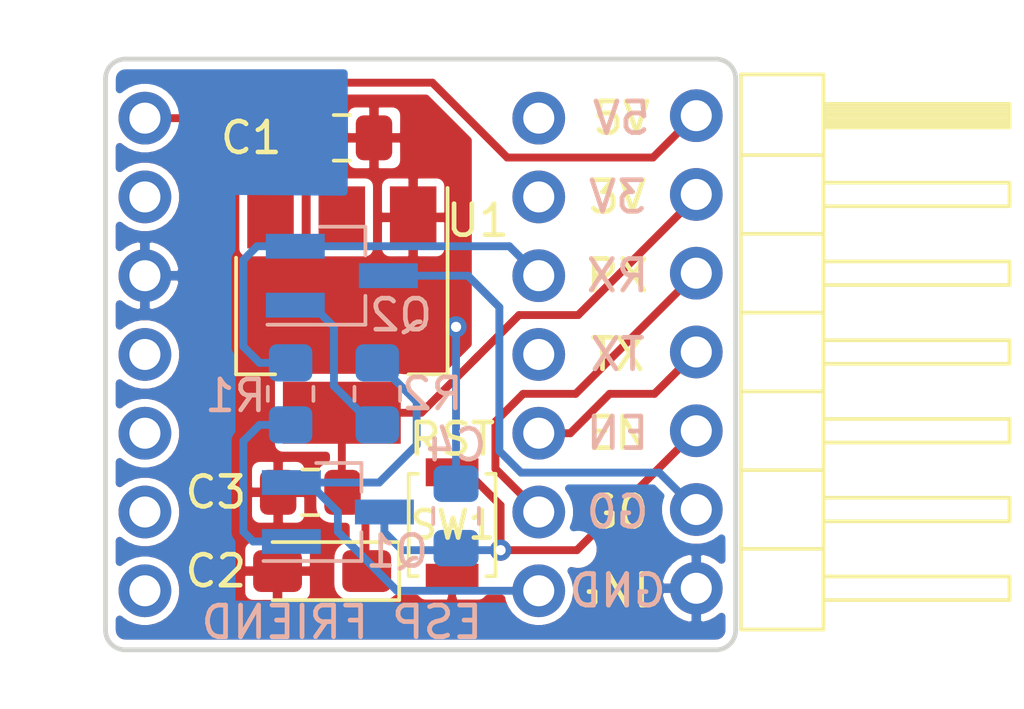
<source format=kicad_pcb>
(kicad_pcb (version 20171130) (host pcbnew 5.1.9+dfsg1-1~bpo10+1)

  (general
    (thickness 1.6)
    (drawings 26)
    (tracks 83)
    (zones 0)
    (modules 13)
    (nets 20)
  )

  (page USLetter)
  (title_block
    (title "ESP Friend")
    (date 2021-09-21)
    (rev 0)
  )

  (layers
    (0 F.Cu signal)
    (31 B.Cu signal)
    (34 B.Paste user)
    (35 F.Paste user)
    (36 B.SilkS user)
    (37 F.SilkS user)
    (38 B.Mask user)
    (39 F.Mask user)
    (40 Dwgs.User user hide)
    (44 Edge.Cuts user)
    (46 B.CrtYd user)
    (47 F.CrtYd user)
    (48 B.Fab user)
    (49 F.Fab user)
  )

  (setup
    (last_trace_width 0.254)
    (user_trace_width 0.1524)
    (user_trace_width 0.381)
    (user_trace_width 0.508)
    (user_trace_width 0.635)
    (user_trace_width 0.762)
    (user_trace_width 1.27)
    (user_trace_width 2.032)
    (trace_clearance 0.254)
    (zone_clearance 0.254)
    (zone_45_only no)
    (trace_min 0.1524)
    (via_size 0.6858)
    (via_drill 0.3302)
    (via_min_size 0.6858)
    (via_min_drill 0.3302)
    (user_via 0.6858 0.3302)
    (user_via 0.762 0.381)
    (user_via 1.016 0.508)
    (user_via 1.27 0.635)
    (uvia_size 0.6858)
    (uvia_drill 0.3302)
    (uvias_allowed no)
    (uvia_min_size 0)
    (uvia_min_drill 0)
    (edge_width 0.1524)
    (segment_width 0.1524)
    (pcb_text_width 0.1524)
    (pcb_text_size 1.016 1.016)
    (mod_edge_width 0.1524)
    (mod_text_size 1.016 1.016)
    (mod_text_width 0.1524)
    (pad_size 1.7 1.7)
    (pad_drill 1)
    (pad_to_mask_clearance 0.0508)
    (solder_mask_min_width 0.1016)
    (pad_to_paste_clearance -0.0508)
    (aux_axis_origin 0 0)
    (visible_elements FFFFDF7D)
    (pcbplotparams
      (layerselection 0x310fc_80000001)
      (usegerberextensions true)
      (usegerberattributes false)
      (usegerberadvancedattributes false)
      (creategerberjobfile false)
      (excludeedgelayer true)
      (linewidth 0.100000)
      (plotframeref false)
      (viasonmask false)
      (mode 1)
      (useauxorigin false)
      (hpglpennumber 1)
      (hpglpenspeed 20)
      (hpglpendiameter 15.000000)
      (psnegative false)
      (psa4output false)
      (plotreference true)
      (plotvalue true)
      (plotinvisibletext false)
      (padsonsilk false)
      (subtractmaskfromsilk false)
      (outputformat 1)
      (mirror false)
      (drillshape 0)
      (scaleselection 1)
      (outputdirectory "gerbers"))
  )

  (net 0 "")
  (net 1 GND)
  (net 2 +3V3)
  (net 3 /EN)
  (net 4 "Net-(J1-Pad7)")
  (net 5 "Net-(J1-Pad6)")
  (net 6 "Net-(J1-Pad5)")
  (net 7 /RXD)
  (net 8 /TXD)
  (net 9 "Net-(J2-Pad4)")
  (net 10 "Net-(J2-Pad2)")
  (net 11 "Net-(J2-Pad1)")
  (net 12 "Net-(J1-Pad4)")
  (net 13 "Net-(J1-Pad2)")
  (net 14 /G0)
  (net 15 +5V)
  (net 16 "Net-(Q1-Pad1)")
  (net 17 "Net-(Q2-Pad1)")
  (net 18 /RTS)
  (net 19 /DTR)

  (net_class Default "This is the default net class."
    (clearance 0.254)
    (trace_width 0.254)
    (via_dia 0.6858)
    (via_drill 0.3302)
    (uvia_dia 0.6858)
    (uvia_drill 0.3302)
    (add_net +3V3)
    (add_net +5V)
    (add_net /DTR)
    (add_net /EN)
    (add_net /G0)
    (add_net /RTS)
    (add_net /RXD)
    (add_net /TXD)
    (add_net GND)
    (add_net "Net-(J1-Pad2)")
    (add_net "Net-(J1-Pad4)")
    (add_net "Net-(J1-Pad5)")
    (add_net "Net-(J1-Pad6)")
    (add_net "Net-(J1-Pad7)")
    (add_net "Net-(J2-Pad1)")
    (add_net "Net-(J2-Pad2)")
    (add_net "Net-(J2-Pad4)")
    (add_net "Net-(Q1-Pad1)")
    (add_net "Net-(Q2-Pad1)")
  )

  (module Connector_PinHeader_2.54mm:PinHeader_1x07_P2.54mm_Vertical (layer B.Cu) (tedit 61414EFF) (tstamp 613D2DEB)
    (at 137.16 96.52 180)
    (descr "Through hole straight pin header, 1x07, 2.54mm pitch, single row")
    (tags "Through hole pin header THT 1x07 2.54mm single row")
    (path /613F26DD)
    (fp_text reference J1 (at 0 2.33 180) (layer B.SilkS) hide
      (effects (font (size 1 1) (thickness 0.15)) (justify mirror))
    )
    (fp_text value Conn_01x07 (at 0 -17.57 180) (layer B.Fab)
      (effects (font (size 1 1) (thickness 0.15)) (justify mirror))
    )
    (fp_line (start -0.635 1.27) (end 1.27 1.27) (layer B.Fab) (width 0.1))
    (fp_line (start 1.27 1.27) (end 1.27 -16.51) (layer B.Fab) (width 0.1))
    (fp_line (start 1.27 -16.51) (end -1.27 -16.51) (layer B.Fab) (width 0.1))
    (fp_line (start -1.27 -16.51) (end -1.27 0.635) (layer B.Fab) (width 0.1))
    (fp_line (start -1.27 0.635) (end -0.635 1.27) (layer B.Fab) (width 0.1))
    (fp_line (start -1.8 1.8) (end -1.8 -17.05) (layer B.CrtYd) (width 0.05))
    (fp_line (start -1.8 -17.05) (end 1.8 -17.05) (layer B.CrtYd) (width 0.05))
    (fp_line (start 1.8 -17.05) (end 1.8 1.8) (layer B.CrtYd) (width 0.05))
    (fp_line (start 1.8 1.8) (end -1.8 1.8) (layer B.CrtYd) (width 0.05))
    (fp_text user %R (at 0 -7.62 90) (layer B.Fab)
      (effects (font (size 1 1) (thickness 0.15)) (justify mirror))
    )
    (pad 7 thru_hole oval (at 0 -15.24 180) (size 1.7 1.7) (drill 1) (layers *.Cu *.Mask)
      (net 4 "Net-(J1-Pad7)"))
    (pad 6 thru_hole oval (at 0 -12.7 180) (size 1.7 1.7) (drill 1) (layers *.Cu *.Mask)
      (net 5 "Net-(J1-Pad6)"))
    (pad 5 thru_hole oval (at 0 -10.16 180) (size 1.7 1.7) (drill 1) (layers *.Cu *.Mask)
      (net 6 "Net-(J1-Pad5)"))
    (pad 4 thru_hole oval (at 0 -7.62 180) (size 1.7 1.7) (drill 1) (layers *.Cu *.Mask)
      (net 12 "Net-(J1-Pad4)"))
    (pad 3 thru_hole oval (at 0 -5.08 180) (size 1.7 1.7) (drill 1) (layers *.Cu *.Mask)
      (net 1 GND))
    (pad 2 thru_hole oval (at 0 -2.54 180) (size 1.7 1.7) (drill 1) (layers *.Cu *.Mask)
      (net 13 "Net-(J1-Pad2)"))
    (pad 1 thru_hole circle (at 0 0 180) (size 1.7 1.7) (drill 1) (layers *.Cu *.Mask)
      (net 15 +5V))
    (model ${KISYS3DMOD}/Connector_PinHeader_2.54mm.3dshapes/PinHeader_1x07_P2.54mm_Vertical.wrl
      (at (xyz 0 0 0))
      (scale (xyz 1 1 1))
      (rotate (xyz 0 0 0))
    )
    (model "${KIPRJMOD}/Adafruit CP2104 Friend.step"
      (offset (xyz 142.1638 96.79940000000001 9.5504))
      (scale (xyz 1 1 1))
      (rotate (xyz 0 180 0))
    )
    (model ${KISYS3DMOD}/Connector_PinSocket_2.54mm.3dshapes/PinSocket_1x07_P2.54mm_Vertical.wrl
      (offset (xyz 0 0 9.525))
      (scale (xyz 1 1 1))
      (rotate (xyz 0 180 0))
    )
    (model ${KISYS3DMOD}/Connector_PinSocket_2.54mm.3dshapes/PinSocket_1x06_P2.54mm_Horizontal.wrl
      (offset (xyz 0 -20.32 7.9))
      (scale (xyz 1 1 1))
      (rotate (xyz 180 0 -90))
    )
  )

  (module Connector_PinHeader_2.54mm:PinHeader_1x07_P2.54mm_Vertical (layer B.Cu) (tedit 61414EE4) (tstamp 613D2E06)
    (at 149.86 96.52 180)
    (descr "Through hole straight pin header, 1x07, 2.54mm pitch, single row")
    (tags "Through hole pin header THT 1x07 2.54mm single row")
    (path /613EE8E6)
    (fp_text reference J2 (at 0 2.33 180) (layer B.SilkS) hide
      (effects (font (size 1 1) (thickness 0.15)) (justify mirror))
    )
    (fp_text value Conn_01x07 (at 0 -17.57 180) (layer B.Fab)
      (effects (font (size 1 1) (thickness 0.15)) (justify mirror))
    )
    (fp_line (start -0.635 1.27) (end 1.27 1.27) (layer B.Fab) (width 0.1))
    (fp_line (start 1.27 1.27) (end 1.27 -16.51) (layer B.Fab) (width 0.1))
    (fp_line (start 1.27 -16.51) (end -1.27 -16.51) (layer B.Fab) (width 0.1))
    (fp_line (start -1.27 -16.51) (end -1.27 0.635) (layer B.Fab) (width 0.1))
    (fp_line (start -1.27 0.635) (end -0.635 1.27) (layer B.Fab) (width 0.1))
    (fp_line (start -1.8 1.8) (end -1.8 -17.05) (layer B.CrtYd) (width 0.05))
    (fp_line (start -1.8 -17.05) (end 1.8 -17.05) (layer B.CrtYd) (width 0.05))
    (fp_line (start 1.8 -17.05) (end 1.8 1.8) (layer B.CrtYd) (width 0.05))
    (fp_line (start 1.8 1.8) (end -1.8 1.8) (layer B.CrtYd) (width 0.05))
    (fp_text user %R (at 0 -7.62 90) (layer B.Fab)
      (effects (font (size 1 1) (thickness 0.15)) (justify mirror))
    )
    (pad 7 thru_hole oval (at 0 -15.24 180) (size 1.7 1.7) (drill 1) (layers *.Cu *.Mask)
      (net 18 /RTS))
    (pad 6 thru_hole oval (at 0 -12.7 180) (size 1.7 1.7) (drill 1) (layers *.Cu *.Mask)
      (net 7 /RXD))
    (pad 5 thru_hole oval (at 0 -10.16 180) (size 1.7 1.7) (drill 1) (layers *.Cu *.Mask)
      (net 8 /TXD))
    (pad 4 thru_hole oval (at 0 -7.62 180) (size 1.7 1.7) (drill 1) (layers *.Cu *.Mask)
      (net 9 "Net-(J2-Pad4)"))
    (pad 3 thru_hole oval (at 0 -5.08 180) (size 1.7 1.7) (drill 1) (layers *.Cu *.Mask)
      (net 19 /DTR))
    (pad 2 thru_hole oval (at 0 -2.54 180) (size 1.7 1.7) (drill 1) (layers *.Cu *.Mask)
      (net 10 "Net-(J2-Pad2)"))
    (pad 1 thru_hole circle (at 0 0 180) (size 1.7 1.7) (drill 1) (layers *.Cu *.Mask)
      (net 11 "Net-(J2-Pad1)"))
    (model ${KISYS3DMOD}/Connector_PinHeader_2.54mm.3dshapes/PinHeader_1x07_P2.54mm_Vertical.wrl
      (at (xyz 0 0 0))
      (scale (xyz 1 1 1))
      (rotate (xyz 0 0 0))
    )
    (model ${KISYS3DMOD}/Connector_PinSocket_2.54mm.3dshapes/PinSocket_1x07_P2.54mm_Vertical.wrl
      (offset (xyz 0 0 9.525))
      (scale (xyz 1 1 1))
      (rotate (xyz 0 180 0))
    )
  )

  (module Button_Switch_SMD:SW_SPST_B3U-1000P (layer F.Cu) (tedit 5A02FC95) (tstamp 614168F8)
    (at 147.066 109.6391 270)
    (descr "Ultra-small-sized Tactile Switch with High Contact Reliability, Top-actuated Model, without Ground Terminal, without Boss")
    (tags "Tactile Switch")
    (path /61415D55)
    (attr smd)
    (fp_text reference SW1 (at 0 -0.0254) (layer F.SilkS)
      (effects (font (size 0.889 0.889) (thickness 0.15)))
    )
    (fp_text value SW_Push (at 0 2.5 90) (layer F.Fab)
      (effects (font (size 1 1) (thickness 0.15)))
    )
    (fp_line (start -2.4 1.65) (end 2.4 1.65) (layer F.CrtYd) (width 0.05))
    (fp_line (start 2.4 1.65) (end 2.4 -1.65) (layer F.CrtYd) (width 0.05))
    (fp_line (start 2.4 -1.65) (end -2.4 -1.65) (layer F.CrtYd) (width 0.05))
    (fp_line (start -2.4 -1.65) (end -2.4 1.65) (layer F.CrtYd) (width 0.05))
    (fp_line (start -1.65 1.1) (end -1.65 1.4) (layer F.SilkS) (width 0.12))
    (fp_line (start -1.65 1.4) (end 1.65 1.4) (layer F.SilkS) (width 0.12))
    (fp_line (start 1.65 1.4) (end 1.65 1.1) (layer F.SilkS) (width 0.12))
    (fp_line (start -1.65 -1.1) (end -1.65 -1.4) (layer F.SilkS) (width 0.12))
    (fp_line (start -1.65 -1.4) (end 1.65 -1.4) (layer F.SilkS) (width 0.12))
    (fp_line (start 1.65 -1.4) (end 1.65 -1.1) (layer F.SilkS) (width 0.12))
    (fp_line (start -1.5 -1.25) (end 1.5 -1.25) (layer F.Fab) (width 0.1))
    (fp_line (start 1.5 -1.25) (end 1.5 1.25) (layer F.Fab) (width 0.1))
    (fp_line (start 1.5 1.25) (end -1.5 1.25) (layer F.Fab) (width 0.1))
    (fp_line (start -1.5 1.25) (end -1.5 -1.25) (layer F.Fab) (width 0.1))
    (fp_circle (center 0 0) (end 0.75 0) (layer F.Fab) (width 0.1))
    (fp_text user %R (at 0 -2.5 90) (layer F.Fab)
      (effects (font (size 1 1) (thickness 0.15)))
    )
    (pad 2 smd rect (at 1.7 0 270) (size 0.9 1.7) (layers F.Cu F.Paste F.Mask)
      (net 1 GND))
    (pad 1 smd rect (at -1.7 0 270) (size 0.9 1.7) (layers F.Cu F.Paste F.Mask)
      (net 3 /EN))
    (model ${KISYS3DMOD}/Button_Switch_SMD.3dshapes/SW_SPST_B3U-1000P.wrl
      (at (xyz 0 0 0))
      (scale (xyz 1 1 1))
      (rotate (xyz 0 0 0))
    )
  )

  (module Connector_PinHeader_2.54mm:PinHeader_1x07_P2.54mm_Horizontal (layer F.Cu) (tedit 614149BF) (tstamp 613CE255)
    (at 154.94 96.440001)
    (descr "Through hole angled pin header, 1x07, 2.54mm pitch, 6mm pin length, single row")
    (tags "Through hole angled pin header THT 1x07 2.54mm single row")
    (path /616D1E92)
    (fp_text reference J3 (at 4.385 -2.27) (layer F.SilkS) hide
      (effects (font (size 1 1) (thickness 0.15)))
    )
    (fp_text value Conn_01x07 (at 4.385 17.51) (layer F.Fab)
      (effects (font (size 1 1) (thickness 0.15)))
    )
    (fp_line (start 2.135 -1.27) (end 4.04 -1.27) (layer F.Fab) (width 0.1))
    (fp_line (start 4.04 -1.27) (end 4.04 16.51) (layer F.Fab) (width 0.1))
    (fp_line (start 4.04 16.51) (end 1.5 16.51) (layer F.Fab) (width 0.1))
    (fp_line (start 1.5 16.51) (end 1.5 -0.635) (layer F.Fab) (width 0.1))
    (fp_line (start 1.5 -0.635) (end 2.135 -1.27) (layer F.Fab) (width 0.1))
    (fp_line (start -0.32 -0.32) (end 1.5 -0.32) (layer F.Fab) (width 0.1))
    (fp_line (start -0.32 -0.32) (end -0.32 0.32) (layer F.Fab) (width 0.1))
    (fp_line (start -0.32 0.32) (end 1.5 0.32) (layer F.Fab) (width 0.1))
    (fp_line (start 4.04 -0.32) (end 10.04 -0.32) (layer F.Fab) (width 0.1))
    (fp_line (start 10.04 -0.32) (end 10.04 0.32) (layer F.Fab) (width 0.1))
    (fp_line (start 4.04 0.32) (end 10.04 0.32) (layer F.Fab) (width 0.1))
    (fp_line (start -0.32 2.22) (end 1.5 2.22) (layer F.Fab) (width 0.1))
    (fp_line (start -0.32 2.22) (end -0.32 2.86) (layer F.Fab) (width 0.1))
    (fp_line (start -0.32 2.86) (end 1.5 2.86) (layer F.Fab) (width 0.1))
    (fp_line (start 4.04 2.22) (end 10.04 2.22) (layer F.Fab) (width 0.1))
    (fp_line (start 10.04 2.22) (end 10.04 2.86) (layer F.Fab) (width 0.1))
    (fp_line (start 4.04 2.86) (end 10.04 2.86) (layer F.Fab) (width 0.1))
    (fp_line (start -0.32 4.76) (end 1.5 4.76) (layer F.Fab) (width 0.1))
    (fp_line (start -0.32 4.76) (end -0.32 5.4) (layer F.Fab) (width 0.1))
    (fp_line (start -0.32 5.4) (end 1.5 5.4) (layer F.Fab) (width 0.1))
    (fp_line (start 4.04 4.76) (end 10.04 4.76) (layer F.Fab) (width 0.1))
    (fp_line (start 10.04 4.76) (end 10.04 5.4) (layer F.Fab) (width 0.1))
    (fp_line (start 4.04 5.4) (end 10.04 5.4) (layer F.Fab) (width 0.1))
    (fp_line (start -0.32 7.3) (end 1.5 7.3) (layer F.Fab) (width 0.1))
    (fp_line (start -0.32 7.3) (end -0.32 7.94) (layer F.Fab) (width 0.1))
    (fp_line (start -0.32 7.94) (end 1.5 7.94) (layer F.Fab) (width 0.1))
    (fp_line (start 4.04 7.3) (end 10.04 7.3) (layer F.Fab) (width 0.1))
    (fp_line (start 10.04 7.3) (end 10.04 7.94) (layer F.Fab) (width 0.1))
    (fp_line (start 4.04 7.94) (end 10.04 7.94) (layer F.Fab) (width 0.1))
    (fp_line (start -0.32 9.84) (end 1.5 9.84) (layer F.Fab) (width 0.1))
    (fp_line (start -0.32 9.84) (end -0.32 10.48) (layer F.Fab) (width 0.1))
    (fp_line (start -0.32 10.48) (end 1.5 10.48) (layer F.Fab) (width 0.1))
    (fp_line (start 4.04 9.84) (end 10.04 9.84) (layer F.Fab) (width 0.1))
    (fp_line (start 10.04 9.84) (end 10.04 10.48) (layer F.Fab) (width 0.1))
    (fp_line (start 4.04 10.48) (end 10.04 10.48) (layer F.Fab) (width 0.1))
    (fp_line (start -0.32 12.38) (end 1.5 12.38) (layer F.Fab) (width 0.1))
    (fp_line (start -0.32 12.38) (end -0.32 13.02) (layer F.Fab) (width 0.1))
    (fp_line (start -0.32 13.02) (end 1.5 13.02) (layer F.Fab) (width 0.1))
    (fp_line (start 4.04 12.38) (end 10.04 12.38) (layer F.Fab) (width 0.1))
    (fp_line (start 10.04 12.38) (end 10.04 13.02) (layer F.Fab) (width 0.1))
    (fp_line (start 4.04 13.02) (end 10.04 13.02) (layer F.Fab) (width 0.1))
    (fp_line (start -0.32 14.92) (end 1.5 14.92) (layer F.Fab) (width 0.1))
    (fp_line (start -0.32 14.92) (end -0.32 15.56) (layer F.Fab) (width 0.1))
    (fp_line (start -0.32 15.56) (end 1.5 15.56) (layer F.Fab) (width 0.1))
    (fp_line (start 4.04 14.92) (end 10.04 14.92) (layer F.Fab) (width 0.1))
    (fp_line (start 10.04 14.92) (end 10.04 15.56) (layer F.Fab) (width 0.1))
    (fp_line (start 4.04 15.56) (end 10.04 15.56) (layer F.Fab) (width 0.1))
    (fp_line (start 1.44 -1.33) (end 1.44 16.57) (layer F.SilkS) (width 0.12))
    (fp_line (start 1.44 16.57) (end 4.1 16.57) (layer F.SilkS) (width 0.12))
    (fp_line (start 4.1 16.57) (end 4.1 -1.33) (layer F.SilkS) (width 0.12))
    (fp_line (start 4.1 -1.33) (end 1.44 -1.33) (layer F.SilkS) (width 0.12))
    (fp_line (start 4.1 -0.38) (end 10.1 -0.38) (layer F.SilkS) (width 0.12))
    (fp_line (start 10.1 -0.38) (end 10.1 0.38) (layer F.SilkS) (width 0.12))
    (fp_line (start 10.1 0.38) (end 4.1 0.38) (layer F.SilkS) (width 0.12))
    (fp_line (start 4.1 -0.32) (end 10.1 -0.32) (layer F.SilkS) (width 0.12))
    (fp_line (start 4.1 -0.2) (end 10.1 -0.2) (layer F.SilkS) (width 0.12))
    (fp_line (start 4.1 -0.08) (end 10.1 -0.08) (layer F.SilkS) (width 0.12))
    (fp_line (start 4.1 0.04) (end 10.1 0.04) (layer F.SilkS) (width 0.12))
    (fp_line (start 4.1 0.16) (end 10.1 0.16) (layer F.SilkS) (width 0.12))
    (fp_line (start 4.1 0.28) (end 10.1 0.28) (layer F.SilkS) (width 0.12))
    (fp_line (start 1.44 1.27) (end 4.1 1.27) (layer F.SilkS) (width 0.12))
    (fp_line (start 4.1 2.16) (end 10.1 2.16) (layer F.SilkS) (width 0.12))
    (fp_line (start 10.1 2.16) (end 10.1 2.92) (layer F.SilkS) (width 0.12))
    (fp_line (start 10.1 2.92) (end 4.1 2.92) (layer F.SilkS) (width 0.12))
    (fp_line (start 1.44 3.81) (end 4.1 3.81) (layer F.SilkS) (width 0.12))
    (fp_line (start 4.1 4.7) (end 10.1 4.7) (layer F.SilkS) (width 0.12))
    (fp_line (start 10.1 4.7) (end 10.1 5.46) (layer F.SilkS) (width 0.12))
    (fp_line (start 10.1 5.46) (end 4.1 5.46) (layer F.SilkS) (width 0.12))
    (fp_line (start 1.44 6.35) (end 4.1 6.35) (layer F.SilkS) (width 0.12))
    (fp_line (start 4.1 7.24) (end 10.1 7.24) (layer F.SilkS) (width 0.12))
    (fp_line (start 10.1 7.24) (end 10.1 8) (layer F.SilkS) (width 0.12))
    (fp_line (start 10.1 8) (end 4.1 8) (layer F.SilkS) (width 0.12))
    (fp_line (start 1.44 8.89) (end 4.1 8.89) (layer F.SilkS) (width 0.12))
    (fp_line (start 4.1 9.78) (end 10.1 9.78) (layer F.SilkS) (width 0.12))
    (fp_line (start 10.1 9.78) (end 10.1 10.54) (layer F.SilkS) (width 0.12))
    (fp_line (start 10.1 10.54) (end 4.1 10.54) (layer F.SilkS) (width 0.12))
    (fp_line (start 1.44 11.43) (end 4.1 11.43) (layer F.SilkS) (width 0.12))
    (fp_line (start 4.1 12.32) (end 10.1 12.32) (layer F.SilkS) (width 0.12))
    (fp_line (start 10.1 12.32) (end 10.1 13.08) (layer F.SilkS) (width 0.12))
    (fp_line (start 10.1 13.08) (end 4.1 13.08) (layer F.SilkS) (width 0.12))
    (fp_line (start 1.44 13.97) (end 4.1 13.97) (layer F.SilkS) (width 0.12))
    (fp_line (start 4.1 14.86) (end 10.1 14.86) (layer F.SilkS) (width 0.12))
    (fp_line (start 10.1 14.86) (end 10.1 15.62) (layer F.SilkS) (width 0.12))
    (fp_line (start 10.1 15.62) (end 4.1 15.62) (layer F.SilkS) (width 0.12))
    (fp_line (start -1.8 -1.8) (end -1.8 17.05) (layer F.CrtYd) (width 0.05))
    (fp_line (start -1.8 17.05) (end 10.55 17.05) (layer F.CrtYd) (width 0.05))
    (fp_line (start 10.55 17.05) (end 10.55 -1.8) (layer F.CrtYd) (width 0.05))
    (fp_line (start 10.55 -1.8) (end -1.8 -1.8) (layer F.CrtYd) (width 0.05))
    (fp_text user %R (at 2.77 7.62 90) (layer F.Fab)
      (effects (font (size 1 1) (thickness 0.15)))
    )
    (pad 1 thru_hole circle (at 0 0) (size 1.7 1.7) (drill 1) (layers *.Cu *.Mask)
      (net 15 +5V))
    (pad 2 thru_hole oval (at 0 2.54) (size 1.7 1.7) (drill 1) (layers *.Cu *.Mask)
      (net 2 +3V3))
    (pad 3 thru_hole oval (at 0 5.08) (size 1.7 1.7) (drill 1) (layers *.Cu *.Mask)
      (net 7 /RXD))
    (pad 4 thru_hole oval (at 0 7.62) (size 1.7 1.7) (drill 1) (layers *.Cu *.Mask)
      (net 8 /TXD))
    (pad 5 thru_hole oval (at 0 10.16) (size 1.7 1.7) (drill 1) (layers *.Cu *.Mask)
      (net 3 /EN))
    (pad 6 thru_hole oval (at 0 12.7) (size 1.7 1.7) (drill 1) (layers *.Cu *.Mask)
      (net 14 /G0))
    (pad 7 thru_hole oval (at 0 15.24) (size 1.7 1.7) (drill 1) (layers *.Cu *.Mask)
      (net 1 GND))
    (model ${KISYS3DMOD}/Connector_PinHeader_2.54mm.3dshapes/PinHeader_1x07_P2.54mm_Horizontal.wrl
      (at (xyz 0 0 0))
      (scale (xyz 1 1 1))
      (rotate (xyz 0 0 0))
    )
  )

  (module Package_TO_SOT_SMD:SOT-223-3_TabPin2 (layer F.Cu) (tedit 5A02FF57) (tstamp 613D3658)
    (at 143.51 102.87 270)
    (descr "module CMS SOT223 4 pins")
    (tags "CMS SOT")
    (path /616AB217)
    (attr smd)
    (fp_text reference U1 (at -3.048 -4.3815 180) (layer F.SilkS)
      (effects (font (size 1 1) (thickness 0.15)))
    )
    (fp_text value ZLDO1117G33TA (at 0 4.5 90) (layer F.Fab)
      (effects (font (size 1 1) (thickness 0.15)))
    )
    (fp_line (start 1.91 3.41) (end 1.91 2.15) (layer F.SilkS) (width 0.12))
    (fp_line (start 1.91 -3.41) (end 1.91 -2.15) (layer F.SilkS) (width 0.12))
    (fp_line (start 4.4 -3.6) (end -4.4 -3.6) (layer F.CrtYd) (width 0.05))
    (fp_line (start 4.4 3.6) (end 4.4 -3.6) (layer F.CrtYd) (width 0.05))
    (fp_line (start -4.4 3.6) (end 4.4 3.6) (layer F.CrtYd) (width 0.05))
    (fp_line (start -4.4 -3.6) (end -4.4 3.6) (layer F.CrtYd) (width 0.05))
    (fp_line (start -1.85 -2.35) (end -0.85 -3.35) (layer F.Fab) (width 0.1))
    (fp_line (start -1.85 -2.35) (end -1.85 3.35) (layer F.Fab) (width 0.1))
    (fp_line (start -1.85 3.41) (end 1.91 3.41) (layer F.SilkS) (width 0.12))
    (fp_line (start -0.85 -3.35) (end 1.85 -3.35) (layer F.Fab) (width 0.1))
    (fp_line (start -4.1 -3.41) (end 1.91 -3.41) (layer F.SilkS) (width 0.12))
    (fp_line (start -1.85 3.35) (end 1.85 3.35) (layer F.Fab) (width 0.1))
    (fp_line (start 1.85 -3.35) (end 1.85 3.35) (layer F.Fab) (width 0.1))
    (fp_text user %R (at 0 0) (layer F.Fab)
      (effects (font (size 0.8 0.8) (thickness 0.12)))
    )
    (pad 1 smd rect (at -3.15 -2.3 270) (size 2 1.5) (layers F.Cu F.Paste F.Mask)
      (net 1 GND))
    (pad 3 smd rect (at -3.15 2.3 270) (size 2 1.5) (layers F.Cu F.Paste F.Mask)
      (net 15 +5V))
    (pad 2 smd rect (at -3.15 0 270) (size 2 1.5) (layers F.Cu F.Paste F.Mask)
      (net 2 +3V3))
    (pad 2 smd rect (at 3.15 0 270) (size 2 3.8) (layers F.Cu F.Paste F.Mask)
      (net 2 +3V3))
    (model ${KISYS3DMOD}/Package_TO_SOT_SMD.3dshapes/SOT-223.wrl
      (at (xyz 0 0 0))
      (scale (xyz 1 1 1))
      (rotate (xyz 0 0 0))
    )
  )

  (module Resistor_SMD:R_0805_2012Metric_Pad1.20x1.40mm_HandSolder (layer B.Cu) (tedit 5F68FEEE) (tstamp 613D2EB9)
    (at 144.653 105.41 270)
    (descr "Resistor SMD 0805 (2012 Metric), square (rectangular) end terminal, IPC_7351 nominal with elongated pad for handsoldering. (Body size source: IPC-SM-782 page 72, https://www.pcb-3d.com/wordpress/wp-content/uploads/ipc-sm-782a_amendment_1_and_2.pdf), generated with kicad-footprint-generator")
    (tags "resistor handsolder")
    (path /616E50C7)
    (attr smd)
    (fp_text reference R2 (at 0 -1.778 180) (layer B.SilkS)
      (effects (font (size 1 1) (thickness 0.15)) (justify mirror))
    )
    (fp_text value 10K (at 0 -1.65 90) (layer B.Fab)
      (effects (font (size 1 1) (thickness 0.15)) (justify mirror))
    )
    (fp_line (start -1 -0.625) (end -1 0.625) (layer B.Fab) (width 0.1))
    (fp_line (start -1 0.625) (end 1 0.625) (layer B.Fab) (width 0.1))
    (fp_line (start 1 0.625) (end 1 -0.625) (layer B.Fab) (width 0.1))
    (fp_line (start 1 -0.625) (end -1 -0.625) (layer B.Fab) (width 0.1))
    (fp_line (start -0.227064 0.735) (end 0.227064 0.735) (layer B.SilkS) (width 0.12))
    (fp_line (start -0.227064 -0.735) (end 0.227064 -0.735) (layer B.SilkS) (width 0.12))
    (fp_line (start -1.85 -0.95) (end -1.85 0.95) (layer B.CrtYd) (width 0.05))
    (fp_line (start -1.85 0.95) (end 1.85 0.95) (layer B.CrtYd) (width 0.05))
    (fp_line (start 1.85 0.95) (end 1.85 -0.95) (layer B.CrtYd) (width 0.05))
    (fp_line (start 1.85 -0.95) (end -1.85 -0.95) (layer B.CrtYd) (width 0.05))
    (fp_text user %R (at 0 0 90) (layer B.Fab)
      (effects (font (size 0.5 0.5) (thickness 0.08)) (justify mirror))
    )
    (pad 2 smd roundrect (at 1 0 270) (size 1.2 1.4) (layers B.Cu B.Paste B.Mask) (roundrect_rratio 0.208333)
      (net 17 "Net-(Q2-Pad1)"))
    (pad 1 smd roundrect (at -1 0 270) (size 1.2 1.4) (layers B.Cu B.Paste B.Mask) (roundrect_rratio 0.208333)
      (net 18 /RTS))
    (model ${KISYS3DMOD}/Resistor_SMD.3dshapes/R_0805_2012Metric.wrl
      (at (xyz 0 0 0))
      (scale (xyz 1 1 1))
      (rotate (xyz 0 0 0))
    )
  )

  (module Resistor_SMD:R_0805_2012Metric_Pad1.20x1.40mm_HandSolder (layer B.Cu) (tedit 5F68FEEE) (tstamp 613D3BF6)
    (at 141.859 105.41 270)
    (descr "Resistor SMD 0805 (2012 Metric), square (rectangular) end terminal, IPC_7351 nominal with elongated pad for handsoldering. (Body size source: IPC-SM-782 page 72, https://www.pcb-3d.com/wordpress/wp-content/uploads/ipc-sm-782a_amendment_1_and_2.pdf), generated with kicad-footprint-generator")
    (tags "resistor handsolder")
    (path /616E45E6)
    (attr smd)
    (fp_text reference R1 (at 0.0635 1.778 180) (layer B.SilkS)
      (effects (font (size 1 1) (thickness 0.15)) (justify mirror))
    )
    (fp_text value 10K (at 0 -1.65 90) (layer B.Fab)
      (effects (font (size 1 1) (thickness 0.15)) (justify mirror))
    )
    (fp_line (start -1 -0.625) (end -1 0.625) (layer B.Fab) (width 0.1))
    (fp_line (start -1 0.625) (end 1 0.625) (layer B.Fab) (width 0.1))
    (fp_line (start 1 0.625) (end 1 -0.625) (layer B.Fab) (width 0.1))
    (fp_line (start 1 -0.625) (end -1 -0.625) (layer B.Fab) (width 0.1))
    (fp_line (start -0.227064 0.735) (end 0.227064 0.735) (layer B.SilkS) (width 0.12))
    (fp_line (start -0.227064 -0.735) (end 0.227064 -0.735) (layer B.SilkS) (width 0.12))
    (fp_line (start -1.85 -0.95) (end -1.85 0.95) (layer B.CrtYd) (width 0.05))
    (fp_line (start -1.85 0.95) (end 1.85 0.95) (layer B.CrtYd) (width 0.05))
    (fp_line (start 1.85 0.95) (end 1.85 -0.95) (layer B.CrtYd) (width 0.05))
    (fp_line (start 1.85 -0.95) (end -1.85 -0.95) (layer B.CrtYd) (width 0.05))
    (fp_text user %R (at 0 0 90) (layer B.Fab)
      (effects (font (size 0.5 0.5) (thickness 0.08)) (justify mirror))
    )
    (pad 2 smd roundrect (at 1 0 270) (size 1.2 1.4) (layers B.Cu B.Paste B.Mask) (roundrect_rratio 0.208333)
      (net 16 "Net-(Q1-Pad1)"))
    (pad 1 smd roundrect (at -1 0 270) (size 1.2 1.4) (layers B.Cu B.Paste B.Mask) (roundrect_rratio 0.208333)
      (net 19 /DTR))
    (model ${KISYS3DMOD}/Resistor_SMD.3dshapes/R_0805_2012Metric.wrl
      (at (xyz 0 0 0))
      (scale (xyz 1 1 1))
      (rotate (xyz 0 0 0))
    )
  )

  (module Package_TO_SOT_SMD:SOT-23_Handsoldering (layer B.Cu) (tedit 5A0AB76C) (tstamp 613D2E97)
    (at 143.51 101.6)
    (descr "SOT-23, Handsoldering")
    (tags SOT-23)
    (path /614224EB)
    (attr smd)
    (fp_text reference Q2 (at 1.905 1.27) (layer B.SilkS)
      (effects (font (size 1 1) (thickness 0.15)) (justify mirror))
    )
    (fp_text value SS8050-G (at 0 -2.5) (layer B.Fab)
      (effects (font (size 1 1) (thickness 0.15)) (justify mirror))
    )
    (fp_line (start 0.76 -1.58) (end 0.76 -0.65) (layer B.SilkS) (width 0.12))
    (fp_line (start 0.76 1.58) (end 0.76 0.65) (layer B.SilkS) (width 0.12))
    (fp_line (start -2.7 1.75) (end 2.7 1.75) (layer B.CrtYd) (width 0.05))
    (fp_line (start 2.7 1.75) (end 2.7 -1.75) (layer B.CrtYd) (width 0.05))
    (fp_line (start 2.7 -1.75) (end -2.7 -1.75) (layer B.CrtYd) (width 0.05))
    (fp_line (start -2.7 -1.75) (end -2.7 1.75) (layer B.CrtYd) (width 0.05))
    (fp_line (start 0.76 1.58) (end -2.4 1.58) (layer B.SilkS) (width 0.12))
    (fp_line (start -0.7 0.95) (end -0.7 -1.5) (layer B.Fab) (width 0.1))
    (fp_line (start -0.15 1.52) (end 0.7 1.52) (layer B.Fab) (width 0.1))
    (fp_line (start -0.7 0.95) (end -0.15 1.52) (layer B.Fab) (width 0.1))
    (fp_line (start 0.7 1.52) (end 0.7 -1.52) (layer B.Fab) (width 0.1))
    (fp_line (start -0.7 -1.52) (end 0.7 -1.52) (layer B.Fab) (width 0.1))
    (fp_line (start 0.76 -1.58) (end -0.7 -1.58) (layer B.SilkS) (width 0.12))
    (fp_text user %R (at 0 0 270) (layer B.Fab)
      (effects (font (size 0.5 0.5) (thickness 0.075)) (justify mirror))
    )
    (pad 3 smd rect (at 1.5 0) (size 1.9 0.8) (layers B.Cu B.Paste B.Mask)
      (net 14 /G0))
    (pad 2 smd rect (at -1.5 -0.95) (size 1.9 0.8) (layers B.Cu B.Paste B.Mask)
      (net 19 /DTR))
    (pad 1 smd rect (at -1.5 0.95) (size 1.9 0.8) (layers B.Cu B.Paste B.Mask)
      (net 17 "Net-(Q2-Pad1)"))
    (model ${KISYS3DMOD}/Package_TO_SOT_SMD.3dshapes/SOT-23.wrl
      (at (xyz 0 0 0))
      (scale (xyz 1 1 1))
      (rotate (xyz 0 0 0))
    )
  )

  (module Package_TO_SOT_SMD:SOT-23_Handsoldering (layer B.Cu) (tedit 5A0AB76C) (tstamp 614298D8)
    (at 143.383 109.22)
    (descr "SOT-23, Handsoldering")
    (tags SOT-23)
    (path /61420EEE)
    (attr smd)
    (fp_text reference Q1 (at 1.905 1.27) (layer B.SilkS)
      (effects (font (size 1 1) (thickness 0.15)) (justify mirror))
    )
    (fp_text value SS8050-G (at 0 -2.5) (layer B.Fab)
      (effects (font (size 1 1) (thickness 0.15)) (justify mirror))
    )
    (fp_line (start 0.76 -1.58) (end 0.76 -0.65) (layer B.SilkS) (width 0.12))
    (fp_line (start 0.76 1.58) (end 0.76 0.65) (layer B.SilkS) (width 0.12))
    (fp_line (start -2.7 1.75) (end 2.7 1.75) (layer B.CrtYd) (width 0.05))
    (fp_line (start 2.7 1.75) (end 2.7 -1.75) (layer B.CrtYd) (width 0.05))
    (fp_line (start 2.7 -1.75) (end -2.7 -1.75) (layer B.CrtYd) (width 0.05))
    (fp_line (start -2.7 -1.75) (end -2.7 1.75) (layer B.CrtYd) (width 0.05))
    (fp_line (start 0.76 1.58) (end -2.4 1.58) (layer B.SilkS) (width 0.12))
    (fp_line (start -0.7 0.95) (end -0.7 -1.5) (layer B.Fab) (width 0.1))
    (fp_line (start -0.15 1.52) (end 0.7 1.52) (layer B.Fab) (width 0.1))
    (fp_line (start -0.7 0.95) (end -0.15 1.52) (layer B.Fab) (width 0.1))
    (fp_line (start 0.7 1.52) (end 0.7 -1.52) (layer B.Fab) (width 0.1))
    (fp_line (start -0.7 -1.52) (end 0.7 -1.52) (layer B.Fab) (width 0.1))
    (fp_line (start 0.76 -1.58) (end -0.7 -1.58) (layer B.SilkS) (width 0.12))
    (fp_text user %R (at 0 0 270) (layer B.Fab)
      (effects (font (size 0.5 0.5) (thickness 0.075)) (justify mirror))
    )
    (pad 3 smd rect (at 1.5 0) (size 1.9 0.8) (layers B.Cu B.Paste B.Mask)
      (net 3 /EN))
    (pad 2 smd rect (at -1.5 -0.95) (size 1.9 0.8) (layers B.Cu B.Paste B.Mask)
      (net 18 /RTS))
    (pad 1 smd rect (at -1.5 0.95) (size 1.9 0.8) (layers B.Cu B.Paste B.Mask)
      (net 16 "Net-(Q1-Pad1)"))
    (model ${KISYS3DMOD}/Package_TO_SOT_SMD.3dshapes/SOT-23.wrl
      (at (xyz 0 0 0))
      (scale (xyz 1 1 1))
      (rotate (xyz 0 0 0))
    )
  )

  (module Capacitor_SMD:C_0805_2012Metric_Pad1.18x1.45mm_HandSolder (layer B.Cu) (tedit 5F68FEEF) (tstamp 613D2DD0)
    (at 147.193 109.347 90)
    (descr "Capacitor SMD 0805 (2012 Metric), square (rectangular) end terminal, IPC_7351 nominal with elongated pad for handsoldering. (Body size source: IPC-SM-782 page 76, https://www.pcb-3d.com/wordpress/wp-content/uploads/ipc-sm-782a_amendment_1_and_2.pdf, https://docs.google.com/spreadsheets/d/1BsfQQcO9C6DZCsRaXUlFlo91Tg2WpOkGARC1WS5S8t0/edit?usp=sharing), generated with kicad-footprint-generator")
    (tags "capacitor handsolder")
    (path /6141BB16)
    (attr smd)
    (fp_text reference C4 (at 2.286 0 180) (layer B.SilkS)
      (effects (font (size 1 1) (thickness 0.15)) (justify mirror))
    )
    (fp_text value 10nF (at 0 -1.68 90) (layer B.Fab)
      (effects (font (size 1 1) (thickness 0.15)) (justify mirror))
    )
    (fp_line (start -1 -0.625) (end -1 0.625) (layer B.Fab) (width 0.1))
    (fp_line (start -1 0.625) (end 1 0.625) (layer B.Fab) (width 0.1))
    (fp_line (start 1 0.625) (end 1 -0.625) (layer B.Fab) (width 0.1))
    (fp_line (start 1 -0.625) (end -1 -0.625) (layer B.Fab) (width 0.1))
    (fp_line (start -0.261252 0.735) (end 0.261252 0.735) (layer B.SilkS) (width 0.12))
    (fp_line (start -0.261252 -0.735) (end 0.261252 -0.735) (layer B.SilkS) (width 0.12))
    (fp_line (start -1.88 -0.98) (end -1.88 0.98) (layer B.CrtYd) (width 0.05))
    (fp_line (start -1.88 0.98) (end 1.88 0.98) (layer B.CrtYd) (width 0.05))
    (fp_line (start 1.88 0.98) (end 1.88 -0.98) (layer B.CrtYd) (width 0.05))
    (fp_line (start 1.88 -0.98) (end -1.88 -0.98) (layer B.CrtYd) (width 0.05))
    (fp_text user %R (at 0 0 90) (layer B.Fab)
      (effects (font (size 0.5 0.5) (thickness 0.08)) (justify mirror))
    )
    (pad 2 smd roundrect (at 1.0375 0 90) (size 1.175 1.45) (layers B.Cu B.Paste B.Mask) (roundrect_rratio 0.212766)
      (net 1 GND))
    (pad 1 smd roundrect (at -1.0375 0 90) (size 1.175 1.45) (layers B.Cu B.Paste B.Mask) (roundrect_rratio 0.212766)
      (net 3 /EN))
    (model ${KISYS3DMOD}/Capacitor_SMD.3dshapes/C_0805_2012Metric.wrl
      (at (xyz 0 0 0))
      (scale (xyz 1 1 1))
      (rotate (xyz 0 0 0))
    )
  )

  (module Capacitor_SMD:C_0805_2012Metric_Pad1.18x1.45mm_HandSolder (layer F.Cu) (tedit 5F68FEEF) (tstamp 6141A601)
    (at 142.494 108.585 180)
    (descr "Capacitor SMD 0805 (2012 Metric), square (rectangular) end terminal, IPC_7351 nominal with elongated pad for handsoldering. (Body size source: IPC-SM-782 page 76, https://www.pcb-3d.com/wordpress/wp-content/uploads/ipc-sm-782a_amendment_1_and_2.pdf, https://docs.google.com/spreadsheets/d/1BsfQQcO9C6DZCsRaXUlFlo91Tg2WpOkGARC1WS5S8t0/edit?usp=sharing), generated with kicad-footprint-generator")
    (tags "capacitor handsolder")
    (path /616CBBF2)
    (attr smd)
    (fp_text reference C3 (at 3.048 0) (layer F.SilkS)
      (effects (font (size 1 1) (thickness 0.15)))
    )
    (fp_text value 0.1uF (at 0 1.68) (layer F.Fab)
      (effects (font (size 1 1) (thickness 0.15)))
    )
    (fp_line (start -1 0.625) (end -1 -0.625) (layer F.Fab) (width 0.1))
    (fp_line (start -1 -0.625) (end 1 -0.625) (layer F.Fab) (width 0.1))
    (fp_line (start 1 -0.625) (end 1 0.625) (layer F.Fab) (width 0.1))
    (fp_line (start 1 0.625) (end -1 0.625) (layer F.Fab) (width 0.1))
    (fp_line (start -0.261252 -0.735) (end 0.261252 -0.735) (layer F.SilkS) (width 0.12))
    (fp_line (start -0.261252 0.735) (end 0.261252 0.735) (layer F.SilkS) (width 0.12))
    (fp_line (start -1.88 0.98) (end -1.88 -0.98) (layer F.CrtYd) (width 0.05))
    (fp_line (start -1.88 -0.98) (end 1.88 -0.98) (layer F.CrtYd) (width 0.05))
    (fp_line (start 1.88 -0.98) (end 1.88 0.98) (layer F.CrtYd) (width 0.05))
    (fp_line (start 1.88 0.98) (end -1.88 0.98) (layer F.CrtYd) (width 0.05))
    (fp_text user %R (at 0 0) (layer F.Fab)
      (effects (font (size 0.5 0.5) (thickness 0.08)))
    )
    (pad 2 smd roundrect (at 1.0375 0 180) (size 1.175 1.45) (layers F.Cu F.Paste F.Mask) (roundrect_rratio 0.212766)
      (net 1 GND))
    (pad 1 smd roundrect (at -1.0375 0 180) (size 1.175 1.45) (layers F.Cu F.Paste F.Mask) (roundrect_rratio 0.212766)
      (net 2 +3V3))
    (model ${KISYS3DMOD}/Capacitor_SMD.3dshapes/C_0805_2012Metric.wrl
      (at (xyz 0 0 0))
      (scale (xyz 1 1 1))
      (rotate (xyz 0 0 0))
    )
  )

  (module Capacitor_Tantalum_SMD:CP_EIA-3216-10_Kemet-I_Pad1.58x1.35mm_HandSolder (layer F.Cu) (tedit 5EBA9318) (tstamp 613D356C)
    (at 142.875 111.125 180)
    (descr "Tantalum Capacitor SMD Kemet-I (3216-10 Metric), IPC_7351 nominal, (Body size from: http://www.kemet.com/Lists/ProductCatalog/Attachments/253/KEM_TC101_STD.pdf), generated with kicad-footprint-generator")
    (tags "capacitor tantalum")
    (path /61429759)
    (attr smd)
    (fp_text reference C2 (at 3.429 0) (layer F.SilkS)
      (effects (font (size 1 1) (thickness 0.15)))
    )
    (fp_text value 47uF (at 0 1.75) (layer F.Fab)
      (effects (font (size 1 1) (thickness 0.15)))
    )
    (fp_line (start 1.6 -0.8) (end -1.2 -0.8) (layer F.Fab) (width 0.1))
    (fp_line (start -1.2 -0.8) (end -1.6 -0.4) (layer F.Fab) (width 0.1))
    (fp_line (start -1.6 -0.4) (end -1.6 0.8) (layer F.Fab) (width 0.1))
    (fp_line (start -1.6 0.8) (end 1.6 0.8) (layer F.Fab) (width 0.1))
    (fp_line (start 1.6 0.8) (end 1.6 -0.8) (layer F.Fab) (width 0.1))
    (fp_line (start 1.6 -0.935) (end -2.485 -0.935) (layer F.SilkS) (width 0.12))
    (fp_line (start -2.485 -0.935) (end -2.485 0.935) (layer F.SilkS) (width 0.12))
    (fp_line (start -2.485 0.935) (end 1.6 0.935) (layer F.SilkS) (width 0.12))
    (fp_line (start -2.48 1.05) (end -2.48 -1.05) (layer F.CrtYd) (width 0.05))
    (fp_line (start -2.48 -1.05) (end 2.48 -1.05) (layer F.CrtYd) (width 0.05))
    (fp_line (start 2.48 -1.05) (end 2.48 1.05) (layer F.CrtYd) (width 0.05))
    (fp_line (start 2.48 1.05) (end -2.48 1.05) (layer F.CrtYd) (width 0.05))
    (fp_text user %R (at 0 0) (layer F.Fab)
      (effects (font (size 0.8 0.8) (thickness 0.12)))
    )
    (pad 2 smd roundrect (at 1.4375 0 180) (size 1.575 1.35) (layers F.Cu F.Paste F.Mask) (roundrect_rratio 0.185185)
      (net 1 GND))
    (pad 1 smd roundrect (at -1.4375 0 180) (size 1.575 1.35) (layers F.Cu F.Paste F.Mask) (roundrect_rratio 0.185185)
      (net 2 +3V3))
    (model ${KISYS3DMOD}/Capacitor_Tantalum_SMD.3dshapes/CP_EIA-3216-10_Kemet-I.wrl
      (at (xyz 0 0 0))
      (scale (xyz 1 1 1))
      (rotate (xyz 0 0 0))
    )
  )

  (module Capacitor_SMD:C_0805_2012Metric_Pad1.18x1.45mm_HandSolder (layer F.Cu) (tedit 5F68FEEF) (tstamp 613CE559)
    (at 143.51 97.155)
    (descr "Capacitor SMD 0805 (2012 Metric), square (rectangular) end terminal, IPC_7351 nominal with elongated pad for handsoldering. (Body size source: IPC-SM-782 page 76, https://www.pcb-3d.com/wordpress/wp-content/uploads/ipc-sm-782a_amendment_1_and_2.pdf, https://docs.google.com/spreadsheets/d/1BsfQQcO9C6DZCsRaXUlFlo91Tg2WpOkGARC1WS5S8t0/edit?usp=sharing), generated with kicad-footprint-generator")
    (tags "capacitor handsolder")
    (path /616CF58D)
    (attr smd)
    (fp_text reference C1 (at -2.921 0) (layer F.SilkS)
      (effects (font (size 1 1) (thickness 0.15)))
    )
    (fp_text value 1uF (at 0 1.68) (layer F.Fab)
      (effects (font (size 1 1) (thickness 0.15)))
    )
    (fp_line (start -1 0.625) (end -1 -0.625) (layer F.Fab) (width 0.1))
    (fp_line (start -1 -0.625) (end 1 -0.625) (layer F.Fab) (width 0.1))
    (fp_line (start 1 -0.625) (end 1 0.625) (layer F.Fab) (width 0.1))
    (fp_line (start 1 0.625) (end -1 0.625) (layer F.Fab) (width 0.1))
    (fp_line (start -0.261252 -0.735) (end 0.261252 -0.735) (layer F.SilkS) (width 0.12))
    (fp_line (start -0.261252 0.735) (end 0.261252 0.735) (layer F.SilkS) (width 0.12))
    (fp_line (start -1.88 0.98) (end -1.88 -0.98) (layer F.CrtYd) (width 0.05))
    (fp_line (start -1.88 -0.98) (end 1.88 -0.98) (layer F.CrtYd) (width 0.05))
    (fp_line (start 1.88 -0.98) (end 1.88 0.98) (layer F.CrtYd) (width 0.05))
    (fp_line (start 1.88 0.98) (end -1.88 0.98) (layer F.CrtYd) (width 0.05))
    (fp_text user %R (at 0 0) (layer F.Fab)
      (effects (font (size 0.5 0.5) (thickness 0.08)))
    )
    (pad 2 smd roundrect (at 1.0375 0) (size 1.175 1.45) (layers F.Cu F.Paste F.Mask) (roundrect_rratio 0.212766)
      (net 1 GND))
    (pad 1 smd roundrect (at -1.0375 0) (size 1.175 1.45) (layers F.Cu F.Paste F.Mask) (roundrect_rratio 0.212766)
      (net 15 +5V))
    (model ${KISYS3DMOD}/Capacitor_SMD.3dshapes/C_0805_2012Metric.wrl
      (at (xyz 0 0 0))
      (scale (xyz 1 1 1))
      (rotate (xyz 0 0 0))
    )
  )

  (gr_text "ESP FRIEND" (at 143.51 112.776) (layer B.SilkS)
    (effects (font (size 1.016 1.016) (thickness 0.1524)) (justify mirror))
  )
  (gr_text RST (at 147.066 106.8705) (layer F.SilkS) (tstamp 6141BF2D)
    (effects (font (size 1.016 1.016) (thickness 0.1524)))
  )
  (gr_text RX (at 152.4 101.6) (layer B.SilkS) (tstamp 613CED84)
    (effects (font (size 1.016 1.016) (thickness 0.1524)) (justify mirror))
  )
  (gr_text G0 (at 152.4 109.22) (layer B.SilkS) (tstamp 613CED83)
    (effects (font (size 1.016 1.016) (thickness 0.1524)) (justify mirror))
  )
  (gr_text 3V (at 152.4 99.06) (layer B.SilkS) (tstamp 613CED82)
    (effects (font (size 1.016 1.016) (thickness 0.1524)) (justify mirror))
  )
  (gr_text GND (at 152.4 111.76) (layer B.SilkS) (tstamp 613CED81)
    (effects (font (size 1.016 1.016) (thickness 0.1524)) (justify mirror))
  )
  (gr_text EN (at 152.4 106.68) (layer B.SilkS) (tstamp 613CED80)
    (effects (font (size 1.016 1.016) (thickness 0.1524)) (justify mirror))
  )
  (gr_text TX (at 152.4 104.14) (layer B.SilkS) (tstamp 613CED7F)
    (effects (font (size 1.016 1.016) (thickness 0.1524)) (justify mirror))
  )
  (gr_text 5V (at 152.527 96.52) (layer B.SilkS) (tstamp 613CED7E)
    (effects (font (size 1.016 1.016) (thickness 0.1524)) (justify mirror))
  )
  (gr_text GND (at 152.4 111.76) (layer F.SilkS)
    (effects (font (size 1.016 1.016) (thickness 0.1524)))
  )
  (gr_text G0 (at 152.4 109.22) (layer F.SilkS)
    (effects (font (size 1.016 1.016) (thickness 0.1524)))
  )
  (gr_text EN (at 152.4 106.68) (layer F.SilkS)
    (effects (font (size 1.016 1.016) (thickness 0.1524)))
  )
  (gr_text RX (at 152.4 101.6) (layer F.SilkS)
    (effects (font (size 1.016 1.016) (thickness 0.1524)))
  )
  (gr_text TX (at 152.4 104.14) (layer F.SilkS)
    (effects (font (size 1.016 1.016) (thickness 0.1524)))
  )
  (gr_text 3V (at 152.4 99.06) (layer F.SilkS)
    (effects (font (size 1.016 1.016) (thickness 0.1524)))
  )
  (gr_text 5V (at 152.527 96.52) (layer F.SilkS)
    (effects (font (size 1.016 1.016) (thickness 0.1524)))
  )
  (gr_arc (start 136.525 95.25) (end 136.525 94.615) (angle -90) (layer Edge.Cuts) (width 0.1524))
  (gr_arc (start 155.575 95.25) (end 156.21 95.25) (angle -90) (layer Edge.Cuts) (width 0.1524))
  (gr_arc (start 155.575 113.03) (end 155.575 113.665) (angle -90) (layer Edge.Cuts) (width 0.1524))
  (gr_arc (start 136.525 113.03) (end 135.89 113.03) (angle -90) (layer Edge.Cuts) (width 0.1524))
  (gr_line (start 155.575 94.615) (end 136.525 94.615) (layer Edge.Cuts) (width 0.1524) (tstamp 613CE621))
  (gr_line (start 156.21 113.03) (end 156.21 95.25) (layer Edge.Cuts) (width 0.1524))
  (gr_line (start 136.525 113.665) (end 155.575 113.665) (layer Edge.Cuts) (width 0.1524))
  (gr_line (start 135.89 95.25) (end 135.89 113.03) (layer Edge.Cuts) (width 0.1524))
  (gr_text "STACKUP\n\n1 MIL +/-0.2MIL      SILKSCREEN \n1 MIL +/-0.2MIL      SOLDER RESIST \n1.4 MIL                1 OZ COPPER  \n60 MIL +/-0.6MIL     FR4 CORE\n1.4 MIL                1 OZ COPPER\n1 MIL +/-0.2MIL      SOLDER RESIST \n1 MIL +/-0.2MIL      SILKSCREEN" (at 16.764 124.968) (layer Dwgs.User) (tstamp 60417DB1)
    (effects (font (size 2.032 2.032) (thickness 0.254)) (justify left))
  )
  (gr_text "FABRICATION NOTES\n\n1.  THIS IS A 2 LAYER BOARD. \n2.  EXTERNAL LAYERS SHALL HAVE 1 OZ COPPER.\n3.  MATERIAL: FR4 AND 0.063 INCH +/- 10% THICK, ER=4.5 AT 10MHZ.\n4.  BOARDS SHALL BE ROHS COMPLIANT. \n5.  MANUFACTURE IN ACCORDANCE WITH IPC-6012 CLASS 2\n6.  MASK: BOTH SIDES OF THE BOARD SHALL HAVE \n    SOLDER MASK (ANY COLOR) OVER BARE COPPER. \n7.  SILK: BOTH SIDES OF THE BOARD SHALL HAVE \n    WHITE SILKSCREEN. DO NOT PLACE SILK OVER BARE COPPER.\n8.  FINISH: ENIG, COMPLIANT WITH IPC-4552.\n9.  MINIMUM TRACE WIDTH - 0.006 INCH.\n    MINIMUM SPACE - 0.006 INCH.\n    MINIMUM HOLE DIA - 0.013 INCH. \n10. MAX HOLE PLACEMENT TOLERANCE OF +/- 0.003 INCH.\n11. MAX HOLE DIAMETER TOLERANCE OF +/- 0.003 INCH AFTER PLATING." (at 16.51 171.45) (layer Dwgs.User)
    (effects (font (size 2.032 2.032) (thickness 0.254)) (justify left))
  )

  (segment (start 141.605 112.8395) (end 141.4145 112.649) (width 0.254) (layer F.Cu) (net 1))
  (segment (start 141.4145 112.649) (end 141.4145 111.125) (width 0.254) (layer F.Cu) (net 1))
  (segment (start 146.812 112.8395) (end 141.605 112.8395) (width 0.254) (layer F.Cu) (net 1))
  (segment (start 147.066 111.5695) (end 147.066 112.5855) (width 0.254) (layer F.Cu) (net 1))
  (segment (start 147.066 112.5855) (end 146.812 112.8395) (width 0.254) (layer F.Cu) (net 1))
  (via (at 147.193 103.251) (size 0.6858) (drill 0.3302) (layers F.Cu B.Cu) (net 1))
  (segment (start 147.193 103.251) (end 147.193 108.3095) (width 0.254) (layer B.Cu) (net 1))
  (segment (start 143.51 106.02) (end 143.51 105.918) (width 0.254) (layer F.Cu) (net 2))
  (segment (start 143.51 108.712) (end 143.51 106.02) (width 0.254) (layer F.Cu) (net 2))
  (segment (start 144.3125 111.125) (end 144.272 111.0845) (width 0.254) (layer F.Cu) (net 2))
  (segment (start 144.272 109.474) (end 143.51 108.712) (width 0.254) (layer F.Cu) (net 2))
  (segment (start 144.272 111.0845) (end 144.272 109.474) (width 0.254) (layer F.Cu) (net 2))
  (segment (start 143.52016 105.91546) (end 143.51 105.9053) (width 0.254) (layer F.Cu) (net 2))
  (segment (start 151.13 102.87) (end 154.94 99.06) (width 0.254) (layer F.Cu) (net 2))
  (segment (start 149.225 102.87) (end 151.13 102.87) (width 0.254) (layer F.Cu) (net 2))
  (segment (start 143.51 106.02) (end 146.075 106.02) (width 0.254) (layer F.Cu) (net 2))
  (segment (start 146.075 106.02) (end 147.8915 104.2035) (width 0.254) (layer F.Cu) (net 2))
  (segment (start 147.7645 104.3305) (end 147.8915 104.2035) (width 0.254) (layer F.Cu) (net 2))
  (segment (start 147.8915 104.2035) (end 149.225 102.87) (width 0.254) (layer F.Cu) (net 2))
  (segment (start 145.460001 110.451001) (end 148.628999 110.451001) (width 0.254) (layer B.Cu) (net 3))
  (segment (start 144.883 109.874) (end 145.460001 110.451001) (width 0.254) (layer B.Cu) (net 3))
  (segment (start 144.883 109.22) (end 144.883 109.874) (width 0.254) (layer B.Cu) (net 3))
  (via (at 148.628999 110.451001) (size 0.6858) (drill 0.3302) (layers F.Cu B.Cu) (net 3) (status 1000000))
  (segment (start 148.628999 110.451001) (end 148.628999 109.004999) (width 0.254) (layer F.Cu) (net 3))
  (segment (start 147.5631 107.9391) (end 147.066 107.9391) (width 0.254) (layer F.Cu) (net 3))
  (segment (start 148.628999 109.004999) (end 147.5631 107.9391) (width 0.254) (layer F.Cu) (net 3))
  (segment (start 151.089 110.451001) (end 148.628999 110.451001) (width 0.254) (layer F.Cu) (net 3))
  (segment (start 154.94 106.600001) (end 151.089 110.451001) (width 0.254) (layer F.Cu) (net 3))
  (segment (start 151.050001 105.41) (end 154.94 101.520001) (width 0.254) (layer F.Cu) (net 7))
  (segment (start 149.356576 105.41) (end 151.050001 105.41) (width 0.254) (layer F.Cu) (net 7))
  (segment (start 148.463 106.303576) (end 149.356576 105.41) (width 0.254) (layer F.Cu) (net 7))
  (segment (start 149.86 109.22) (end 148.463 107.823) (width 0.254) (layer F.Cu) (net 7))
  (segment (start 148.463 107.823) (end 148.463 106.303576) (width 0.254) (layer F.Cu) (net 7))
  (segment (start 153.590001 105.41) (end 154.94 104.060001) (width 0.254) (layer F.Cu) (net 8))
  (segment (start 152.146 105.41) (end 153.590001 105.41) (width 0.254) (layer F.Cu) (net 8))
  (segment (start 149.86 106.68) (end 150.876 106.68) (width 0.254) (layer F.Cu) (net 8))
  (segment (start 150.876 106.68) (end 152.146 105.41) (width 0.254) (layer F.Cu) (net 8))
  (segment (start 149.2885 107.95) (end 153.749999 107.95) (width 0.254) (layer B.Cu) (net 14))
  (segment (start 148.59 107.2515) (end 149.2885 107.95) (width 0.254) (layer B.Cu) (net 14))
  (segment (start 153.749999 107.95) (end 154.94 109.140001) (width 0.254) (layer B.Cu) (net 14))
  (segment (start 145.01 101.6) (end 147.574 101.6) (width 0.254) (layer B.Cu) (net 14))
  (segment (start 148.59 102.616) (end 148.59 107.2515) (width 0.254) (layer B.Cu) (net 14))
  (segment (start 147.574 101.6) (end 148.59 102.616) (width 0.254) (layer B.Cu) (net 14))
  (segment (start 142.4725 97.155) (end 142.4725 97.1765) (width 0.254) (layer F.Cu) (net 15))
  (segment (start 148.844 97.79) (end 153.543 97.79) (width 0.254) (layer F.Cu) (net 15))
  (segment (start 143.256 95.377) (end 146.431 95.377) (width 0.254) (layer F.Cu) (net 15))
  (segment (start 153.543 97.79) (end 154.94 96.393) (width 0.254) (layer F.Cu) (net 15))
  (segment (start 146.431 95.377) (end 148.844 97.79) (width 0.254) (layer F.Cu) (net 15))
  (segment (start 142.4725 97.155) (end 142.4725 96.1605) (width 0.254) (layer F.Cu) (net 15))
  (segment (start 142.4725 96.1605) (end 143.256 95.377) (width 0.254) (layer F.Cu) (net 15))
  (segment (start 138.43 96.52) (end 137.16 96.52) (width 0.254) (layer F.Cu) (net 15))
  (segment (start 142.24 97.155) (end 139.065 97.155) (width 0.254) (layer F.Cu) (net 15))
  (segment (start 139.065 97.155) (end 138.43 96.52) (width 0.254) (layer F.Cu) (net 15))
  (segment (start 142.4725 97.1765) (end 141.224 98.425) (width 0.254) (layer F.Cu) (net 15))
  (segment (start 141.224 98.425) (end 141.224 99.695) (width 0.254) (layer F.Cu) (net 15))
  (segment (start 140.65 110.17) (end 141.883 110.17) (width 0.254) (layer B.Cu) (net 16))
  (segment (start 140.335 109.855) (end 140.65 110.17) (width 0.254) (layer B.Cu) (net 16))
  (segment (start 140.335 106.934) (end 140.335 109.855) (width 0.254) (layer B.Cu) (net 16))
  (segment (start 141.859 106.41) (end 140.859 106.41) (width 0.254) (layer B.Cu) (net 16))
  (segment (start 140.859 106.41) (end 140.335 106.934) (width 0.254) (layer B.Cu) (net 16))
  (segment (start 144.78 106.68) (end 144.51 106.68) (width 0.254) (layer B.Cu) (net 17))
  (segment (start 143.256 105.156) (end 144.51 106.41) (width 0.254) (layer B.Cu) (net 17))
  (segment (start 143.256 103.251) (end 143.256 105.156) (width 0.254) (layer B.Cu) (net 17))
  (segment (start 144.51 106.41) (end 144.653 106.41) (width 0.254) (layer B.Cu) (net 17))
  (segment (start 142.01 102.55) (end 142.555 102.55) (width 0.254) (layer B.Cu) (net 17))
  (segment (start 142.555 102.55) (end 143.256 103.251) (width 0.254) (layer B.Cu) (net 17))
  (segment (start 144.714 108.27) (end 141.883 108.27) (width 0.254) (layer B.Cu) (net 18))
  (segment (start 145.923 107.061) (end 144.714 108.27) (width 0.254) (layer B.Cu) (net 18))
  (segment (start 145.923 105.664) (end 145.923 107.061) (width 0.254) (layer B.Cu) (net 18))
  (segment (start 144.653 104.41) (end 144.669 104.41) (width 0.254) (layer B.Cu) (net 18))
  (segment (start 144.669 104.41) (end 145.923 105.664) (width 0.254) (layer B.Cu) (net 18))
  (segment (start 143.383 109.22) (end 142.433 108.27) (width 0.254) (layer B.Cu) (net 18))
  (segment (start 142.433 108.27) (end 141.883 108.27) (width 0.254) (layer B.Cu) (net 18))
  (segment (start 149.86 111.76) (end 145.288 111.76) (width 0.254) (layer B.Cu) (net 18))
  (segment (start 143.383 109.855) (end 143.383 109.22) (width 0.254) (layer B.Cu) (net 18))
  (segment (start 145.288 111.76) (end 143.383 109.855) (width 0.254) (layer B.Cu) (net 18))
  (segment (start 148.91 100.65) (end 149.86 101.6) (width 0.254) (layer B.Cu) (net 19))
  (segment (start 142.01 100.65) (end 148.91 100.65) (width 0.254) (layer B.Cu) (net 19))
  (segment (start 140.859 104.41) (end 141.859 104.41) (width 0.254) (layer B.Cu) (net 19))
  (segment (start 140.335 101.092) (end 140.335 103.886) (width 0.254) (layer B.Cu) (net 19))
  (segment (start 140.335 103.886) (end 140.859 104.41) (width 0.254) (layer B.Cu) (net 19))
  (segment (start 142.01 100.65) (end 140.777 100.65) (width 0.254) (layer B.Cu) (net 19))
  (segment (start 140.777 100.65) (end 140.335 101.092) (width 0.254) (layer B.Cu) (net 19))

  (zone (net 1) (net_name GND) (layer F.Cu) (tstamp 613CE737) (hatch edge 0.508)
    (connect_pads (clearance 0.254))
    (min_thickness 0.254)
    (fill yes (arc_segments 32) (thermal_gap 0.254) (thermal_bridge_width 0.3048))
    (polygon
      (pts
        (xy 157.48 114.3) (xy 133.35 114.3) (xy 133.35 92.71) (xy 157.48 92.71)
      )
    )
    (filled_polygon
      (pts
        (xy 147.574 97.238421) (xy 147.574 103.80258) (xy 147.549935 103.826645) (xy 147.549929 103.82665) (xy 146.728579 104.648)
        (xy 145.496184 104.648) (xy 145.484689 104.644513) (xy 145.41 104.637157) (xy 141.61 104.637157) (xy 141.535311 104.644513)
        (xy 141.463492 104.666299) (xy 141.397304 104.701678) (xy 141.339289 104.749289) (xy 141.291678 104.807304) (xy 141.256299 104.873492)
        (xy 141.234513 104.945311) (xy 141.227157 105.02) (xy 141.227157 107.02) (xy 141.234513 107.094689) (xy 141.256299 107.166508)
        (xy 141.291678 107.232696) (xy 141.339289 107.290711) (xy 141.397304 107.338322) (xy 141.463492 107.373701) (xy 141.535311 107.395487)
        (xy 141.61 107.402843) (xy 143.002 107.402843) (xy 143.002 107.510107) (xy 142.951821 107.525329) (xy 142.842411 107.58381)
        (xy 142.746512 107.662512) (xy 142.66781 107.758411) (xy 142.609329 107.867821) (xy 142.573317 107.986538) (xy 142.561157 108.11)
        (xy 142.561157 109.06) (xy 142.573317 109.183462) (xy 142.609329 109.302179) (xy 142.66781 109.411589) (xy 142.746512 109.507488)
        (xy 142.842411 109.58619) (xy 142.951821 109.644671) (xy 143.070538 109.680683) (xy 143.194 109.692843) (xy 143.637 109.692843)
        (xy 143.637 110.083727) (xy 143.532821 110.115329) (xy 143.423411 110.17381) (xy 143.327512 110.252512) (xy 143.24881 110.348411)
        (xy 143.190329 110.457821) (xy 143.154317 110.576538) (xy 143.142157 110.699999) (xy 143.142157 111.550001) (xy 143.154317 111.673462)
        (xy 143.190329 111.792179) (xy 143.24881 111.901589) (xy 143.327512 111.997488) (xy 143.423411 112.07619) (xy 143.532821 112.134671)
        (xy 143.651538 112.170683) (xy 143.774999 112.182843) (xy 144.850001 112.182843) (xy 144.973462 112.170683) (xy 145.092179 112.134671)
        (xy 145.201589 112.07619) (xy 145.277368 112.014) (xy 145.907693 112.014) (xy 145.945289 112.059811) (xy 146.003304 112.107422)
        (xy 146.069492 112.142801) (xy 146.141311 112.164587) (xy 146.216 112.171943) (xy 146.94535 112.1701) (xy 147.0406 112.07485)
        (xy 147.0406 112.014) (xy 147.0914 112.014) (xy 147.0914 112.07485) (xy 147.18665 112.1701) (xy 147.916 112.171943)
        (xy 147.990689 112.164587) (xy 148.062508 112.142801) (xy 148.128696 112.107422) (xy 148.186711 112.059811) (xy 148.224307 112.014)
        (xy 148.655407 112.014) (xy 148.676307 112.119069) (xy 148.769102 112.343097) (xy 148.90382 112.544717) (xy 149.075283 112.71618)
        (xy 149.276903 112.850898) (xy 149.500931 112.943693) (xy 149.738757 112.991) (xy 149.981243 112.991) (xy 150.219069 112.943693)
        (xy 150.443097 112.850898) (xy 150.644717 112.71618) (xy 150.81618 112.544717) (xy 150.950898 112.343097) (xy 151.043693 112.119069)
        (xy 151.087742 111.897618) (xy 153.728388 111.897618) (xy 153.737336 111.942613) (xy 153.811678 112.172195) (xy 153.929381 112.382862)
        (xy 154.085921 112.566519) (xy 154.275283 112.716107) (xy 154.49019 112.825878) (xy 154.722383 112.891614) (xy 154.9146 112.81549)
        (xy 154.9146 111.705401) (xy 153.804534 111.705401) (xy 153.728388 111.897618) (xy 151.087742 111.897618) (xy 151.091 111.881243)
        (xy 151.091 111.638757) (xy 151.055917 111.462384) (xy 153.728388 111.462384) (xy 153.804534 111.654601) (xy 154.9146 111.654601)
        (xy 154.9146 110.544512) (xy 154.722383 110.468388) (xy 154.49019 110.534124) (xy 154.275283 110.643895) (xy 154.085921 110.793483)
        (xy 153.929381 110.97714) (xy 153.811678 111.187807) (xy 153.737336 111.417389) (xy 153.728388 111.462384) (xy 151.055917 111.462384)
        (xy 151.043693 111.400931) (xy 150.950898 111.176903) (xy 150.912978 111.120152) (xy 150.918842 111.122581) (xy 151.058698 111.1504)
        (xy 151.201294 111.1504) (xy 151.34115 111.122581) (xy 151.472891 111.068012) (xy 151.591456 110.98879) (xy 151.692286 110.88796)
        (xy 151.771508 110.769395) (xy 151.826077 110.637654) (xy 151.853896 110.497798) (xy 151.853896 110.404525) (xy 151.895421 110.363)
        (xy 154.778534 110.363) (xy 154.818757 110.371001) (xy 155.061243 110.371001) (xy 155.101466 110.363) (xy 155.7528 110.363)
        (xy 155.7528 110.760874) (xy 155.604717 110.643895) (xy 155.38981 110.534124) (xy 155.157617 110.468388) (xy 154.9654 110.544512)
        (xy 154.9654 111.654601) (xy 154.9854 111.654601) (xy 154.9854 111.705401) (xy 154.9654 111.705401) (xy 154.9654 112.81549)
        (xy 155.157617 112.891614) (xy 155.38981 112.825878) (xy 155.604717 112.716107) (xy 155.7528 112.599128) (xy 155.7528 113.007642)
        (xy 155.747263 113.064111) (xy 155.737359 113.096915) (xy 155.721268 113.127178) (xy 155.699606 113.153739) (xy 155.6732 113.175584)
        (xy 155.643047 113.191887) (xy 155.610311 113.202021) (xy 155.555329 113.2078) (xy 136.547358 113.2078) (xy 136.490889 113.202263)
        (xy 136.458085 113.192359) (xy 136.427822 113.176268) (xy 136.401261 113.154606) (xy 136.379416 113.1282) (xy 136.363113 113.098047)
        (xy 136.352979 113.065311) (xy 136.3472 113.010329) (xy 136.3472 112.688097) (xy 136.375283 112.71618) (xy 136.576903 112.850898)
        (xy 136.800931 112.943693) (xy 137.038757 112.991) (xy 137.281243 112.991) (xy 137.519069 112.943693) (xy 137.743097 112.850898)
        (xy 137.944717 112.71618) (xy 138.11618 112.544717) (xy 138.250898 112.343097) (xy 138.343693 112.119069) (xy 138.391 111.881243)
        (xy 138.391 111.8) (xy 140.267157 111.8) (xy 140.274513 111.874689) (xy 140.296299 111.946508) (xy 140.331678 112.012696)
        (xy 140.379289 112.070711) (xy 140.437304 112.118322) (xy 140.503492 112.153701) (xy 140.575311 112.175487) (xy 140.65 112.182843)
        (xy 141.31685 112.181) (xy 141.4121 112.08575) (xy 141.4121 111.1504) (xy 141.4629 111.1504) (xy 141.4629 112.08575)
        (xy 141.55815 112.181) (xy 142.225 112.182843) (xy 142.299689 112.175487) (xy 142.371508 112.153701) (xy 142.437696 112.118322)
        (xy 142.495711 112.070711) (xy 142.543322 112.012696) (xy 142.578701 111.946508) (xy 142.600487 111.874689) (xy 142.607843 111.8)
        (xy 142.606 111.24565) (xy 142.51075 111.1504) (xy 141.4629 111.1504) (xy 141.4121 111.1504) (xy 140.36425 111.1504)
        (xy 140.269 111.24565) (xy 140.267157 111.8) (xy 138.391 111.8) (xy 138.391 111.638757) (xy 138.343693 111.400931)
        (xy 138.250898 111.176903) (xy 138.11618 110.975283) (xy 137.944717 110.80382) (xy 137.743097 110.669102) (xy 137.519069 110.576307)
        (xy 137.281243 110.529) (xy 137.038757 110.529) (xy 136.800931 110.576307) (xy 136.576903 110.669102) (xy 136.375283 110.80382)
        (xy 136.3472 110.831903) (xy 136.3472 110.148097) (xy 136.375283 110.17618) (xy 136.576903 110.310898) (xy 136.800931 110.403693)
        (xy 137.038757 110.451) (xy 137.281243 110.451) (xy 137.28627 110.45) (xy 140.267157 110.45) (xy 140.269 111.00435)
        (xy 140.36425 111.0996) (xy 141.4121 111.0996) (xy 141.4121 110.16425) (xy 141.4629 110.16425) (xy 141.4629 111.0996)
        (xy 142.51075 111.0996) (xy 142.606 111.00435) (xy 142.607843 110.45) (xy 142.600487 110.375311) (xy 142.578701 110.303492)
        (xy 142.543322 110.237304) (xy 142.495711 110.179289) (xy 142.437696 110.131678) (xy 142.371508 110.096299) (xy 142.299689 110.074513)
        (xy 142.225 110.067157) (xy 141.55815 110.069) (xy 141.4629 110.16425) (xy 141.4121 110.16425) (xy 141.31685 110.069)
        (xy 140.65 110.067157) (xy 140.575311 110.074513) (xy 140.503492 110.096299) (xy 140.437304 110.131678) (xy 140.379289 110.179289)
        (xy 140.331678 110.237304) (xy 140.296299 110.303492) (xy 140.274513 110.375311) (xy 140.267157 110.45) (xy 137.28627 110.45)
        (xy 137.519069 110.403693) (xy 137.743097 110.310898) (xy 137.944717 110.17618) (xy 138.11618 110.004717) (xy 138.250898 109.803097)
        (xy 138.343693 109.579069) (xy 138.391 109.341243) (xy 138.391 109.31) (xy 140.486157 109.31) (xy 140.493513 109.384689)
        (xy 140.515299 109.456508) (xy 140.550678 109.522696) (xy 140.598289 109.580711) (xy 140.656304 109.628322) (xy 140.722492 109.663701)
        (xy 140.794311 109.685487) (xy 140.869 109.692843) (xy 141.33585 109.691) (xy 141.4311 109.59575) (xy 141.4311 108.6104)
        (xy 141.4819 108.6104) (xy 141.4819 109.59575) (xy 141.57715 109.691) (xy 142.044 109.692843) (xy 142.118689 109.685487)
        (xy 142.190508 109.663701) (xy 142.256696 109.628322) (xy 142.314711 109.580711) (xy 142.362322 109.522696) (xy 142.397701 109.456508)
        (xy 142.419487 109.384689) (xy 142.426843 109.31) (xy 142.425 108.70565) (xy 142.32975 108.6104) (xy 141.4819 108.6104)
        (xy 141.4311 108.6104) (xy 140.58325 108.6104) (xy 140.488 108.70565) (xy 140.486157 109.31) (xy 138.391 109.31)
        (xy 138.391 109.098757) (xy 138.343693 108.860931) (xy 138.250898 108.636903) (xy 138.11618 108.435283) (xy 137.944717 108.26382)
        (xy 137.743097 108.129102) (xy 137.519069 108.036307) (xy 137.281243 107.989) (xy 137.038757 107.989) (xy 136.800931 108.036307)
        (xy 136.576903 108.129102) (xy 136.375283 108.26382) (xy 136.3472 108.291903) (xy 136.3472 107.608097) (xy 136.375283 107.63618)
        (xy 136.576903 107.770898) (xy 136.800931 107.863693) (xy 137.038757 107.911) (xy 137.281243 107.911) (xy 137.519069 107.863693)
        (xy 137.527984 107.86) (xy 140.486157 107.86) (xy 140.488 108.46435) (xy 140.58325 108.5596) (xy 141.4311 108.5596)
        (xy 141.4311 107.57425) (xy 141.4819 107.57425) (xy 141.4819 108.5596) (xy 142.32975 108.5596) (xy 142.425 108.46435)
        (xy 142.426843 107.86) (xy 142.419487 107.785311) (xy 142.397701 107.713492) (xy 142.362322 107.647304) (xy 142.314711 107.589289)
        (xy 142.256696 107.541678) (xy 142.190508 107.506299) (xy 142.118689 107.484513) (xy 142.044 107.477157) (xy 141.57715 107.479)
        (xy 141.4819 107.57425) (xy 141.4311 107.57425) (xy 141.33585 107.479) (xy 140.869 107.477157) (xy 140.794311 107.484513)
        (xy 140.722492 107.506299) (xy 140.656304 107.541678) (xy 140.598289 107.589289) (xy 140.550678 107.647304) (xy 140.515299 107.713492)
        (xy 140.493513 107.785311) (xy 140.486157 107.86) (xy 137.527984 107.86) (xy 137.743097 107.770898) (xy 137.944717 107.63618)
        (xy 138.11618 107.464717) (xy 138.250898 107.263097) (xy 138.343693 107.039069) (xy 138.391 106.801243) (xy 138.391 106.558757)
        (xy 138.343693 106.320931) (xy 138.250898 106.096903) (xy 138.11618 105.895283) (xy 137.944717 105.72382) (xy 137.743097 105.589102)
        (xy 137.519069 105.496307) (xy 137.281243 105.449) (xy 137.038757 105.449) (xy 136.800931 105.496307) (xy 136.576903 105.589102)
        (xy 136.375283 105.72382) (xy 136.3472 105.751903) (xy 136.3472 105.068097) (xy 136.375283 105.09618) (xy 136.576903 105.230898)
        (xy 136.800931 105.323693) (xy 137.038757 105.371) (xy 137.281243 105.371) (xy 137.519069 105.323693) (xy 137.743097 105.230898)
        (xy 137.944717 105.09618) (xy 138.11618 104.924717) (xy 138.250898 104.723097) (xy 138.343693 104.499069) (xy 138.391 104.261243)
        (xy 138.391 104.018757) (xy 138.343693 103.780931) (xy 138.250898 103.556903) (xy 138.11618 103.355283) (xy 137.944717 103.18382)
        (xy 137.743097 103.049102) (xy 137.519069 102.956307) (xy 137.281243 102.909) (xy 137.038757 102.909) (xy 136.800931 102.956307)
        (xy 136.576903 103.049102) (xy 136.375283 103.18382) (xy 136.3472 103.211903) (xy 136.3472 102.519127) (xy 136.495283 102.636106)
        (xy 136.71019 102.745877) (xy 136.942383 102.811613) (xy 137.1346 102.735489) (xy 137.1346 101.6254) (xy 137.1854 101.6254)
        (xy 137.1854 102.735489) (xy 137.377617 102.811613) (xy 137.60981 102.745877) (xy 137.824717 102.636106) (xy 138.014079 102.486518)
        (xy 138.170619 102.302861) (xy 138.288322 102.092194) (xy 138.362664 101.862612) (xy 138.371612 101.817617) (xy 138.295466 101.6254)
        (xy 137.1854 101.6254) (xy 137.1346 101.6254) (xy 137.1146 101.6254) (xy 137.1146 101.5746) (xy 137.1346 101.5746)
        (xy 137.1346 100.464511) (xy 137.1854 100.464511) (xy 137.1854 101.5746) (xy 138.295466 101.5746) (xy 138.371612 101.382383)
        (xy 138.362664 101.337388) (xy 138.288322 101.107806) (xy 138.170619 100.897139) (xy 138.014079 100.713482) (xy 137.824717 100.563894)
        (xy 137.60981 100.454123) (xy 137.377617 100.388387) (xy 137.1854 100.464511) (xy 137.1346 100.464511) (xy 136.942383 100.388387)
        (xy 136.71019 100.454123) (xy 136.495283 100.563894) (xy 136.3472 100.680873) (xy 136.3472 99.988097) (xy 136.375283 100.01618)
        (xy 136.576903 100.150898) (xy 136.800931 100.243693) (xy 137.038757 100.291) (xy 137.281243 100.291) (xy 137.519069 100.243693)
        (xy 137.743097 100.150898) (xy 137.944717 100.01618) (xy 138.11618 99.844717) (xy 138.250898 99.643097) (xy 138.343693 99.419069)
        (xy 138.391 99.181243) (xy 138.391 98.938757) (xy 138.343693 98.700931) (xy 138.250898 98.476903) (xy 138.11618 98.275283)
        (xy 137.944717 98.10382) (xy 137.743097 97.969102) (xy 137.519069 97.876307) (xy 137.281243 97.829) (xy 137.038757 97.829)
        (xy 136.800931 97.876307) (xy 136.576903 97.969102) (xy 136.375283 98.10382) (xy 136.3472 98.131903) (xy 136.3472 97.448097)
        (xy 136.375283 97.47618) (xy 136.576903 97.610898) (xy 136.800931 97.703693) (xy 137.038757 97.751) (xy 137.281243 97.751)
        (xy 137.519069 97.703693) (xy 137.743097 97.610898) (xy 137.944717 97.47618) (xy 138.11618 97.304717) (xy 138.250898 97.103097)
        (xy 138.263721 97.072141) (xy 138.688145 97.496565) (xy 138.704052 97.515948) (xy 138.781405 97.579429) (xy 138.869657 97.626601)
        (xy 138.965415 97.655649) (xy 139.040053 97.663) (xy 139.040056 97.663) (xy 139.065 97.665457) (xy 139.089944 97.663)
        (xy 141.26758 97.663) (xy 140.882435 98.048145) (xy 140.863052 98.064052) (xy 140.799571 98.141405) (xy 140.752399 98.229658)
        (xy 140.723351 98.325416) (xy 140.722195 98.337157) (xy 140.46 98.337157) (xy 140.385311 98.344513) (xy 140.313492 98.366299)
        (xy 140.247304 98.401678) (xy 140.189289 98.449289) (xy 140.141678 98.507304) (xy 140.106299 98.573492) (xy 140.084513 98.645311)
        (xy 140.077157 98.72) (xy 140.077157 100.72) (xy 140.084513 100.794689) (xy 140.106299 100.866508) (xy 140.141678 100.932696)
        (xy 140.189289 100.990711) (xy 140.247304 101.038322) (xy 140.313492 101.073701) (xy 140.385311 101.095487) (xy 140.46 101.102843)
        (xy 141.96 101.102843) (xy 142.034689 101.095487) (xy 142.106508 101.073701) (xy 142.172696 101.038322) (xy 142.230711 100.990711)
        (xy 142.278322 100.932696) (xy 142.313701 100.866508) (xy 142.335487 100.794689) (xy 142.342843 100.72) (xy 142.342843 98.72)
        (xy 142.377157 98.72) (xy 142.377157 100.72) (xy 142.384513 100.794689) (xy 142.406299 100.866508) (xy 142.441678 100.932696)
        (xy 142.489289 100.990711) (xy 142.547304 101.038322) (xy 142.613492 101.073701) (xy 142.685311 101.095487) (xy 142.76 101.102843)
        (xy 144.26 101.102843) (xy 144.334689 101.095487) (xy 144.406508 101.073701) (xy 144.472696 101.038322) (xy 144.530711 100.990711)
        (xy 144.578322 100.932696) (xy 144.613701 100.866508) (xy 144.635487 100.794689) (xy 144.642843 100.72) (xy 144.677157 100.72)
        (xy 144.684513 100.794689) (xy 144.706299 100.866508) (xy 144.741678 100.932696) (xy 144.789289 100.990711) (xy 144.847304 101.038322)
        (xy 144.913492 101.073701) (xy 144.985311 101.095487) (xy 145.06 101.102843) (xy 145.68935 101.101) (xy 145.7846 101.00575)
        (xy 145.7846 99.7454) (xy 145.8354 99.7454) (xy 145.8354 101.00575) (xy 145.93065 101.101) (xy 146.56 101.102843)
        (xy 146.634689 101.095487) (xy 146.706508 101.073701) (xy 146.772696 101.038322) (xy 146.830711 100.990711) (xy 146.878322 100.932696)
        (xy 146.913701 100.866508) (xy 146.935487 100.794689) (xy 146.942843 100.72) (xy 146.941 99.84065) (xy 146.84575 99.7454)
        (xy 145.8354 99.7454) (xy 145.7846 99.7454) (xy 144.77425 99.7454) (xy 144.679 99.84065) (xy 144.677157 100.72)
        (xy 144.642843 100.72) (xy 144.642843 98.72) (xy 144.677157 98.72) (xy 144.679 99.59935) (xy 144.77425 99.6946)
        (xy 145.7846 99.6946) (xy 145.7846 98.43425) (xy 145.8354 98.43425) (xy 145.8354 99.6946) (xy 146.84575 99.6946)
        (xy 146.941 99.59935) (xy 146.942843 98.72) (xy 146.935487 98.645311) (xy 146.913701 98.573492) (xy 146.878322 98.507304)
        (xy 146.830711 98.449289) (xy 146.772696 98.401678) (xy 146.706508 98.366299) (xy 146.634689 98.344513) (xy 146.56 98.337157)
        (xy 145.93065 98.339) (xy 145.8354 98.43425) (xy 145.7846 98.43425) (xy 145.68935 98.339) (xy 145.06 98.337157)
        (xy 144.985311 98.344513) (xy 144.913492 98.366299) (xy 144.847304 98.401678) (xy 144.789289 98.449289) (xy 144.741678 98.507304)
        (xy 144.706299 98.573492) (xy 144.684513 98.645311) (xy 144.677157 98.72) (xy 144.642843 98.72) (xy 144.635487 98.645311)
        (xy 144.613701 98.573492) (xy 144.578322 98.507304) (xy 144.530711 98.449289) (xy 144.472696 98.401678) (xy 144.406508 98.366299)
        (xy 144.334689 98.344513) (xy 144.26 98.337157) (xy 142.76 98.337157) (xy 142.685311 98.344513) (xy 142.613492 98.366299)
        (xy 142.547304 98.401678) (xy 142.489289 98.449289) (xy 142.441678 98.507304) (xy 142.406299 98.573492) (xy 142.384513 98.645311)
        (xy 142.377157 98.72) (xy 142.342843 98.72) (xy 142.335487 98.645311) (xy 142.313701 98.573492) (xy 142.278322 98.507304)
        (xy 142.230711 98.449289) (xy 142.172696 98.401678) (xy 142.106508 98.366299) (xy 142.034689 98.344513) (xy 142.023963 98.343457)
        (xy 142.107305 98.260115) (xy 142.135 98.262843) (xy 142.81 98.262843) (xy 142.933462 98.250683) (xy 143.052179 98.214671)
        (xy 143.161589 98.15619) (xy 143.257488 98.077488) (xy 143.33619 97.981589) (xy 143.39049 97.88) (xy 143.577157 97.88)
        (xy 143.584513 97.954689) (xy 143.606299 98.026508) (xy 143.641678 98.092696) (xy 143.689289 98.150711) (xy 143.747304 98.198322)
        (xy 143.813492 98.233701) (xy 143.885311 98.255487) (xy 143.96 98.262843) (xy 144.42685 98.261) (xy 144.5221 98.16575)
        (xy 144.5221 97.1804) (xy 144.5729 97.1804) (xy 144.5729 98.16575) (xy 144.66815 98.261) (xy 145.135 98.262843)
        (xy 145.209689 98.255487) (xy 145.281508 98.233701) (xy 145.347696 98.198322) (xy 145.405711 98.150711) (xy 145.453322 98.092696)
        (xy 145.488701 98.026508) (xy 145.510487 97.954689) (xy 145.517843 97.88) (xy 145.516 97.27565) (xy 145.42075 97.1804)
        (xy 144.5729 97.1804) (xy 144.5221 97.1804) (xy 143.67425 97.1804) (xy 143.579 97.27565) (xy 143.577157 97.88)
        (xy 143.39049 97.88) (xy 143.394671 97.872179) (xy 143.430683 97.753462) (xy 143.442843 97.63) (xy 143.442843 96.68)
        (xy 143.430683 96.556538) (xy 143.394671 96.437821) (xy 143.390491 96.43) (xy 143.577157 96.43) (xy 143.579 97.03435)
        (xy 143.67425 97.1296) (xy 144.5221 97.1296) (xy 144.5221 96.14425) (xy 144.5729 96.14425) (xy 144.5729 97.1296)
        (xy 145.42075 97.1296) (xy 145.516 97.03435) (xy 145.517843 96.43) (xy 145.510487 96.355311) (xy 145.488701 96.283492)
        (xy 145.453322 96.217304) (xy 145.405711 96.159289) (xy 145.347696 96.111678) (xy 145.281508 96.076299) (xy 145.209689 96.054513)
        (xy 145.135 96.047157) (xy 144.66815 96.049) (xy 144.5729 96.14425) (xy 144.5221 96.14425) (xy 144.42685 96.049)
        (xy 143.96 96.047157) (xy 143.885311 96.054513) (xy 143.813492 96.076299) (xy 143.747304 96.111678) (xy 143.689289 96.159289)
        (xy 143.641678 96.217304) (xy 143.606299 96.283492) (xy 143.584513 96.355311) (xy 143.577157 96.43) (xy 143.390491 96.43)
        (xy 143.33619 96.328411) (xy 143.257488 96.232512) (xy 143.181374 96.170047) (xy 143.466421 95.885) (xy 146.22058 95.885)
      )
    )
  )
  (zone (net 1) (net_name GND) (layer B.Cu) (tstamp 0) (hatch edge 0.508)
    (connect_pads (clearance 0.254))
    (min_thickness 0.254)
    (fill yes (arc_segments 32) (thermal_gap 0.254) (thermal_bridge_width 0.3048))
    (polygon
      (pts
        (xy 158.75 115.57) (xy 134.62 115.57) (xy 134.62 93.98) (xy 158.75 93.98)
      )
    )
    (filled_polygon
      (pts
        (xy 143.5735 98.894266) (xy 140.081901 98.869503) (xy 140.056224 98.87194) (xy 140.032399 98.879167) (xy 140.010443 98.890903)
        (xy 139.991197 98.906697) (xy 139.975403 98.925943) (xy 139.963667 98.947899) (xy 139.95644 98.971724) (xy 139.954 98.9965)
        (xy 139.954 100.755486) (xy 139.910571 100.808405) (xy 139.863399 100.896658) (xy 139.834351 100.992416) (xy 139.82868 101.05)
        (xy 139.824543 101.092) (xy 139.827 101.116944) (xy 139.827001 103.861046) (xy 139.824543 103.886) (xy 139.834352 103.985584)
        (xy 139.8634 104.081343) (xy 139.910571 104.169595) (xy 139.947552 104.214656) (xy 139.954 104.222513) (xy 139.954 106.597486)
        (xy 139.910571 106.650405) (xy 139.863399 106.738658) (xy 139.834351 106.834416) (xy 139.827 106.909053) (xy 139.824543 106.934)
        (xy 139.827 106.958944) (xy 139.827001 109.830046) (xy 139.824543 109.855) (xy 139.827864 109.888711) (xy 139.834352 109.954585)
        (xy 139.856189 110.026572) (xy 139.8634 110.050343) (xy 139.910571 110.138595) (xy 139.954 110.191513) (xy 139.954 112.0775)
        (xy 139.956268 112.101392) (xy 139.963326 112.125267) (xy 139.974906 112.147307) (xy 139.990563 112.166663) (xy 140.009695 112.182594)
        (xy 140.031568 112.194485) (xy 140.055341 112.201881) (xy 140.080099 112.204497) (xy 145.121166 112.240249) (xy 145.188415 112.260649)
        (xy 145.263053 112.268) (xy 145.263056 112.268) (xy 145.288 112.270457) (xy 145.312944 112.268) (xy 148.737996 112.268)
        (xy 148.769102 112.343097) (xy 148.90382 112.544717) (xy 149.075283 112.71618) (xy 149.276903 112.850898) (xy 149.500931 112.943693)
        (xy 149.738757 112.991) (xy 149.981243 112.991) (xy 150.219069 112.943693) (xy 150.443097 112.850898) (xy 150.644717 112.71618)
        (xy 150.81618 112.544717) (xy 150.950898 112.343097) (xy 151.043693 112.119069) (xy 151.087742 111.897618) (xy 153.728388 111.897618)
        (xy 153.737336 111.942613) (xy 153.811678 112.172195) (xy 153.929381 112.382862) (xy 154.085921 112.566519) (xy 154.275283 112.716107)
        (xy 154.49019 112.825878) (xy 154.722383 112.891614) (xy 154.9146 112.81549) (xy 154.9146 111.705401) (xy 153.804534 111.705401)
        (xy 153.728388 111.897618) (xy 151.087742 111.897618) (xy 151.091 111.881243) (xy 151.091 111.638757) (xy 151.055917 111.462384)
        (xy 153.728388 111.462384) (xy 153.804534 111.654601) (xy 154.9146 111.654601) (xy 154.9146 110.544512) (xy 154.722383 110.468388)
        (xy 154.49019 110.534124) (xy 154.275283 110.643895) (xy 154.085921 110.793483) (xy 153.929381 110.97714) (xy 153.811678 111.187807)
        (xy 153.737336 111.417389) (xy 153.728388 111.462384) (xy 151.055917 111.462384) (xy 151.043693 111.400931) (xy 150.950898 111.176903)
        (xy 150.912978 111.120152) (xy 150.918842 111.122581) (xy 151.058698 111.1504) (xy 151.201294 111.1504) (xy 151.34115 111.122581)
        (xy 151.472891 111.068012) (xy 151.591456 110.98879) (xy 151.692286 110.88796) (xy 151.771508 110.769395) (xy 151.826077 110.637654)
        (xy 151.853896 110.497798) (xy 151.853896 110.355202) (xy 151.826077 110.215346) (xy 151.771508 110.083605) (xy 151.692286 109.96504)
        (xy 151.591456 109.86421) (xy 151.472891 109.784988) (xy 151.34115 109.730419) (xy 151.201294 109.7026) (xy 151.058698 109.7026)
        (xy 150.986583 109.716944) (xy 151.043693 109.579069) (xy 151.091 109.341243) (xy 151.091 109.098757) (xy 151.043693 108.860931)
        (xy 150.950898 108.636903) (xy 150.831359 108.458) (xy 153.539579 108.458) (xy 153.787413 108.705834) (xy 153.756307 108.780932)
        (xy 153.709 109.018758) (xy 153.709 109.261244) (xy 153.756307 109.49907) (xy 153.849102 109.723098) (xy 153.98382 109.924718)
        (xy 154.155283 110.096181) (xy 154.356903 110.230899) (xy 154.580931 110.323694) (xy 154.818757 110.371001) (xy 155.061243 110.371001)
        (xy 155.299069 110.323694) (xy 155.523097 110.230899) (xy 155.724717 110.096181) (xy 155.7528 110.068098) (xy 155.7528 110.760874)
        (xy 155.604717 110.643895) (xy 155.38981 110.534124) (xy 155.157617 110.468388) (xy 154.9654 110.544512) (xy 154.9654 111.654601)
        (xy 154.9854 111.654601) (xy 154.9854 111.705401) (xy 154.9654 111.705401) (xy 154.9654 112.81549) (xy 155.157617 112.891614)
        (xy 155.38981 112.825878) (xy 155.604717 112.716107) (xy 155.7528 112.599128) (xy 155.7528 113.007642) (xy 155.747263 113.064111)
        (xy 155.737359 113.096915) (xy 155.721268 113.127178) (xy 155.699606 113.153739) (xy 155.6732 113.175584) (xy 155.643047 113.191887)
        (xy 155.610311 113.202021) (xy 155.555329 113.2078) (xy 136.547358 113.2078) (xy 136.490889 113.202263) (xy 136.458085 113.192359)
        (xy 136.427822 113.176268) (xy 136.401261 113.154606) (xy 136.379416 113.1282) (xy 136.363113 113.098047) (xy 136.352979 113.065311)
        (xy 136.3472 113.010329) (xy 136.3472 112.688097) (xy 136.375283 112.71618) (xy 136.576903 112.850898) (xy 136.800931 112.943693)
        (xy 137.038757 112.991) (xy 137.281243 112.991) (xy 137.519069 112.943693) (xy 137.743097 112.850898) (xy 137.944717 112.71618)
        (xy 138.11618 112.544717) (xy 138.250898 112.343097) (xy 138.343693 112.119069) (xy 138.391 111.881243) (xy 138.391 111.638757)
        (xy 138.343693 111.400931) (xy 138.250898 111.176903) (xy 138.11618 110.975283) (xy 137.944717 110.80382) (xy 137.743097 110.669102)
        (xy 137.519069 110.576307) (xy 137.281243 110.529) (xy 137.038757 110.529) (xy 136.800931 110.576307) (xy 136.576903 110.669102)
        (xy 136.375283 110.80382) (xy 136.3472 110.831903) (xy 136.3472 110.148097) (xy 136.375283 110.17618) (xy 136.576903 110.310898)
        (xy 136.800931 110.403693) (xy 137.038757 110.451) (xy 137.281243 110.451) (xy 137.519069 110.403693) (xy 137.743097 110.310898)
        (xy 137.944717 110.17618) (xy 138.11618 110.004717) (xy 138.250898 109.803097) (xy 138.343693 109.579069) (xy 138.391 109.341243)
        (xy 138.391 109.098757) (xy 138.343693 108.860931) (xy 138.250898 108.636903) (xy 138.11618 108.435283) (xy 137.944717 108.26382)
        (xy 137.743097 108.129102) (xy 137.519069 108.036307) (xy 137.281243 107.989) (xy 137.038757 107.989) (xy 136.800931 108.036307)
        (xy 136.576903 108.129102) (xy 136.375283 108.26382) (xy 136.3472 108.291903) (xy 136.3472 107.608097) (xy 136.375283 107.63618)
        (xy 136.576903 107.770898) (xy 136.800931 107.863693) (xy 137.038757 107.911) (xy 137.281243 107.911) (xy 137.519069 107.863693)
        (xy 137.743097 107.770898) (xy 137.944717 107.63618) (xy 138.11618 107.464717) (xy 138.250898 107.263097) (xy 138.343693 107.039069)
        (xy 138.391 106.801243) (xy 138.391 106.558757) (xy 138.343693 106.320931) (xy 138.250898 106.096903) (xy 138.11618 105.895283)
        (xy 137.944717 105.72382) (xy 137.743097 105.589102) (xy 137.519069 105.496307) (xy 137.281243 105.449) (xy 137.038757 105.449)
        (xy 136.800931 105.496307) (xy 136.576903 105.589102) (xy 136.375283 105.72382) (xy 136.3472 105.751903) (xy 136.3472 105.068097)
        (xy 136.375283 105.09618) (xy 136.576903 105.230898) (xy 136.800931 105.323693) (xy 137.038757 105.371) (xy 137.281243 105.371)
        (xy 137.519069 105.323693) (xy 137.743097 105.230898) (xy 137.944717 105.09618) (xy 138.11618 104.924717) (xy 138.250898 104.723097)
        (xy 138.343693 104.499069) (xy 138.391 104.261243) (xy 138.391 104.018757) (xy 138.343693 103.780931) (xy 138.250898 103.556903)
        (xy 138.11618 103.355283) (xy 137.944717 103.18382) (xy 137.743097 103.049102) (xy 137.519069 102.956307) (xy 137.281243 102.909)
        (xy 137.038757 102.909) (xy 136.800931 102.956307) (xy 136.576903 103.049102) (xy 136.375283 103.18382) (xy 136.3472 103.211903)
        (xy 136.3472 102.519127) (xy 136.495283 102.636106) (xy 136.71019 102.745877) (xy 136.942383 102.811613) (xy 137.1346 102.735489)
        (xy 137.1346 101.6254) (xy 137.1854 101.6254) (xy 137.1854 102.735489) (xy 137.377617 102.811613) (xy 137.60981 102.745877)
        (xy 137.824717 102.636106) (xy 138.014079 102.486518) (xy 138.170619 102.302861) (xy 138.288322 102.092194) (xy 138.362664 101.862612)
        (xy 138.371612 101.817617) (xy 138.295466 101.6254) (xy 137.1854 101.6254) (xy 137.1346 101.6254) (xy 137.1146 101.6254)
        (xy 137.1146 101.5746) (xy 137.1346 101.5746) (xy 137.1346 100.464511) (xy 137.1854 100.464511) (xy 137.1854 101.5746)
        (xy 138.295466 101.5746) (xy 138.371612 101.382383) (xy 138.362664 101.337388) (xy 138.288322 101.107806) (xy 138.170619 100.897139)
        (xy 138.014079 100.713482) (xy 137.824717 100.563894) (xy 137.60981 100.454123) (xy 137.377617 100.388387) (xy 137.1854 100.464511)
        (xy 137.1346 100.464511) (xy 136.942383 100.388387) (xy 136.71019 100.454123) (xy 136.495283 100.563894) (xy 136.3472 100.680873)
        (xy 136.3472 99.988097) (xy 136.375283 100.01618) (xy 136.576903 100.150898) (xy 136.800931 100.243693) (xy 137.038757 100.291)
        (xy 137.281243 100.291) (xy 137.519069 100.243693) (xy 137.743097 100.150898) (xy 137.944717 100.01618) (xy 138.11618 99.844717)
        (xy 138.250898 99.643097) (xy 138.343693 99.419069) (xy 138.391 99.181243) (xy 138.391 98.938757) (xy 138.343693 98.700931)
        (xy 138.250898 98.476903) (xy 138.11618 98.275283) (xy 137.944717 98.10382) (xy 137.743097 97.969102) (xy 137.519069 97.876307)
        (xy 137.281243 97.829) (xy 137.038757 97.829) (xy 136.800931 97.876307) (xy 136.576903 97.969102) (xy 136.375283 98.10382)
        (xy 136.3472 98.131903) (xy 136.3472 97.448097) (xy 136.375283 97.47618) (xy 136.576903 97.610898) (xy 136.800931 97.703693)
        (xy 137.038757 97.751) (xy 137.281243 97.751) (xy 137.519069 97.703693) (xy 137.743097 97.610898) (xy 137.944717 97.47618)
        (xy 138.11618 97.304717) (xy 138.250898 97.103097) (xy 138.343693 96.879069) (xy 138.391 96.641243) (xy 138.391 96.398757)
        (xy 138.343693 96.160931) (xy 138.250898 95.936903) (xy 138.11618 95.735283) (xy 137.944717 95.56382) (xy 137.743097 95.429102)
        (xy 137.519069 95.336307) (xy 137.281243 95.289) (xy 137.038757 95.289) (xy 136.800931 95.336307) (xy 136.576903 95.429102)
        (xy 136.375283 95.56382) (xy 136.3472 95.591903) (xy 136.3472 95.272359) (xy 136.352737 95.215889) (xy 136.362642 95.183081)
        (xy 136.378731 95.152822) (xy 136.400393 95.126262) (xy 136.4268 95.104416) (xy 136.456952 95.088113) (xy 136.489692 95.077979)
        (xy 136.544671 95.0722) (xy 143.5735 95.0722)
      )
    )
  )
  (zone (net 0) (net_name "") (layer B.Cu) (tstamp 613CEC16) (hatch edge 0.508)
    (connect_pads (clearance 0.254))
    (min_thickness 0.254)
    (keepout (tracks allowed) (vias allowed) (copperpour not_allowed))
    (fill (arc_segments 32) (thermal_gap 0.508) (thermal_bridge_width 0.508))
    (polygon
      (pts
        (xy 144.399 99.06) (xy 143.7005 99.06) (xy 143.7005 94.615) (xy 144.399 94.615)
      )
    )
  )
  (zone (net 0) (net_name "") (layer B.Cu) (tstamp 613CEC04) (hatch edge 0.508)
    (connect_pads (clearance 0.254))
    (min_thickness 0.254)
    (keepout (tracks allowed) (vias allowed) (copperpour not_allowed))
    (fill (arc_segments 32) (thermal_gap 0.508) (thermal_bridge_width 0.508))
    (polygon
      (pts
        (xy 149.0345 112.141) (xy 140.081 112.0775) (xy 140.081 98.9965) (xy 149.0345 99.06)
      )
    )
  )
  (zone (net 0) (net_name "") (layer F.Cu) (tstamp 613CEC64) (hatch edge 0.508)
    (connect_pads (clearance 0.254))
    (min_thickness 0.254)
    (keepout (tracks allowed) (vias allowed) (copperpour not_allowed))
    (fill (arc_segments 32) (thermal_gap 0.508) (thermal_bridge_width 0.508))
    (polygon
      (pts
        (xy 151.511 104.775) (xy 147.701 104.775) (xy 147.701 96.774) (xy 151.511 96.774)
      )
    )
  )
  (zone (net 0) (net_name "") (layer F.Cu) (tstamp 613CEC70) (hatch edge 0.508)
    (connect_pads (clearance 0.254))
    (min_thickness 0.254)
    (keepout (tracks allowed) (vias allowed) (copperpour not_allowed))
    (fill (arc_segments 32) (thermal_gap 0.508) (thermal_bridge_width 0.508))
    (polygon
      (pts
        (xy 156.083 110.236) (xy 150.622 110.236) (xy 150.622 105.918) (xy 156.083 105.918)
      )
    )
  )
  (zone (net 0) (net_name "") (layer F.Cu) (tstamp 613CEC70) (hatch edge 0.508)
    (connect_pads (clearance 0.254))
    (min_thickness 0.254)
    (keepout (tracks allowed) (vias allowed) (copperpour not_allowed))
    (fill (arc_segments 32) (thermal_gap 0.508) (thermal_bridge_width 0.508))
    (polygon
      (pts
        (xy 150.622 111.887) (xy 143.764 111.887) (xy 143.764 104.775) (xy 150.622 104.775)
      )
    )
  )
)

</source>
